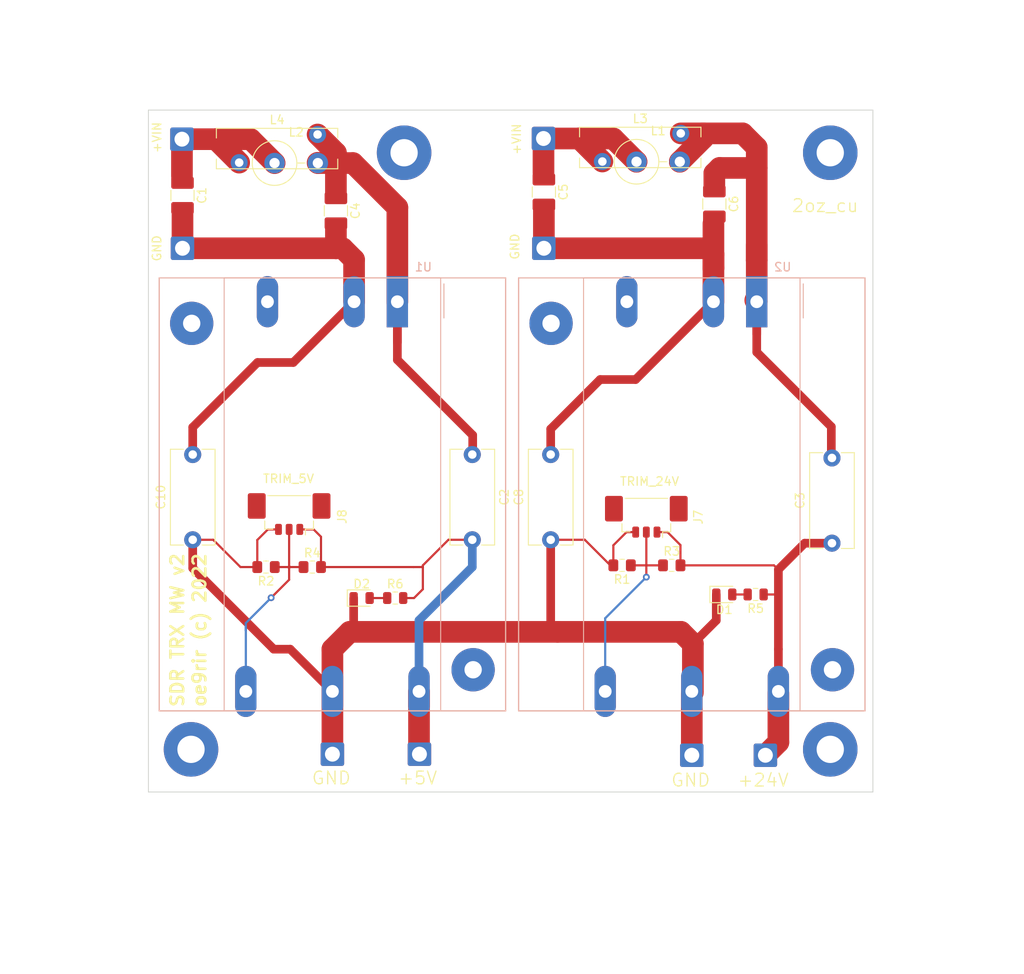
<source format=kicad_pcb>
(kicad_pcb (version 20171130) (host pcbnew 5.1.6+dfsg1-1~bpo9+1)

  (general
    (thickness 1.6)
    (drawings 29)
    (tracks 148)
    (zones 0)
    (modules 36)
    (nets 14)
  )

  (page A4)
  (title_block
    (title "SDR TRX Traco Power Board")
    (date 2021-06-12)
    (rev 1)
  )

  (layers
    (0 F.Cu signal)
    (31 B.Cu signal)
    (32 B.Adhes user)
    (33 F.Adhes user)
    (34 B.Paste user)
    (35 F.Paste user)
    (36 B.SilkS user)
    (37 F.SilkS user)
    (38 B.Mask user)
    (39 F.Mask user)
    (40 Dwgs.User user)
    (41 Cmts.User user)
    (42 Eco1.User user)
    (43 Eco2.User user)
    (44 Edge.Cuts user)
    (45 Margin user)
    (46 B.CrtYd user hide)
    (47 F.CrtYd user)
    (48 B.Fab user hide)
    (49 F.Fab user hide)
  )

  (setup
    (last_trace_width 1.016)
    (user_trace_width 0.254)
    (user_trace_width 1.016)
    (user_trace_width 1.524)
    (user_trace_width 2.54)
    (trace_clearance 0.2)
    (zone_clearance 0.508)
    (zone_45_only yes)
    (trace_min 0.2)
    (via_size 0.8)
    (via_drill 0.4)
    (via_min_size 0.4)
    (via_min_drill 0.3)
    (user_via 0.6 0.3)
    (uvia_size 0.3)
    (uvia_drill 0.1)
    (uvias_allowed no)
    (uvia_min_size 0.2)
    (uvia_min_drill 0.1)
    (edge_width 0.05)
    (segment_width 0.2)
    (pcb_text_width 0.3)
    (pcb_text_size 1.5 1.5)
    (mod_edge_width 0.12)
    (mod_text_size 1 1)
    (mod_text_width 0.15)
    (pad_size 6.4 6.4)
    (pad_drill 3.2)
    (pad_to_mask_clearance 0.05)
    (aux_axis_origin 0 0)
    (visible_elements FFFFFF7F)
    (pcbplotparams
      (layerselection 0x010fc_ffffffff)
      (usegerberextensions true)
      (usegerberattributes false)
      (usegerberadvancedattributes false)
      (creategerberjobfile false)
      (excludeedgelayer true)
      (linewidth 0.100000)
      (plotframeref false)
      (viasonmask false)
      (mode 1)
      (useauxorigin false)
      (hpglpennumber 1)
      (hpglpenspeed 20)
      (hpglpendiameter 15.000000)
      (psnegative false)
      (psa4output false)
      (plotreference true)
      (plotvalue false)
      (plotinvisibletext false)
      (padsonsilk false)
      (subtractmaskfromsilk true)
      (outputformat 1)
      (mirror false)
      (drillshape 0)
      (scaleselection 1)
      (outputdirectory "gerber"))
  )

  (net 0 "")
  (net 1 GND)
  (net 2 +5VP)
  (net 3 "Net-(D1-Pad2)")
  (net 4 +24V)
  (net 5 "Net-(C1-Pad2)")
  (net 6 /TRIM_5V)
  (net 7 /TRIM_24V)
  (net 8 VDC)
  (net 9 "Net-(C3-Pad2)")
  (net 10 "Net-(C5-Pad2)")
  (net 11 "Net-(D2-Pad2)")
  (net 12 "Net-(C2-Pad1)")
  (net 13 "Net-(C5-Pad1)")

  (net_class Default "This is the default net class."
    (clearance 0.2)
    (trace_width 0.25)
    (via_dia 0.8)
    (via_drill 0.4)
    (uvia_dia 0.3)
    (uvia_drill 0.1)
    (add_net +24V)
    (add_net +5VP)
    (add_net /TRIM_24V)
    (add_net /TRIM_5V)
    (add_net GND)
    (add_net "Net-(C1-Pad2)")
    (add_net "Net-(C2-Pad1)")
    (add_net "Net-(C3-Pad2)")
    (add_net "Net-(C5-Pad1)")
    (add_net "Net-(C5-Pad2)")
    (add_net "Net-(D1-Pad2)")
    (add_net "Net-(D2-Pad2)")
    (add_net VDC)
  )

  (module Capacitor_THT:C_Disc_D11.0mm_W5.0mm_P10.00mm (layer F.Cu) (tedit 5AE50EF0) (tstamp 623790FD)
    (at 5.2 -29.6 90)
    (descr "C, Disc series, Radial, pin pitch=10.00mm, , diameter*width=11*5.0mm^2, Capacitor, http://www.vishay.com/docs/28535/vy2series.pdf")
    (tags "C Disc series Radial pin pitch 10.00mm  diameter 11mm width 5.0mm Capacitor")
    (path /623BBECE)
    (fp_text reference C10 (at 5 -3.75 90) (layer F.SilkS)
      (effects (font (size 1 1) (thickness 0.15)))
    )
    (fp_text value "2200pF Y1" (at 5 3.75 90) (layer F.Fab)
      (effects (font (size 1 1) (thickness 0.15)))
    )
    (fp_line (start -0.5 -2.5) (end -0.5 2.5) (layer F.Fab) (width 0.1))
    (fp_line (start -0.5 2.5) (end 10.5 2.5) (layer F.Fab) (width 0.1))
    (fp_line (start 10.5 2.5) (end 10.5 -2.5) (layer F.Fab) (width 0.1))
    (fp_line (start 10.5 -2.5) (end -0.5 -2.5) (layer F.Fab) (width 0.1))
    (fp_line (start -0.62 -2.62) (end 10.62 -2.62) (layer F.SilkS) (width 0.12))
    (fp_line (start -0.62 2.62) (end 10.62 2.62) (layer F.SilkS) (width 0.12))
    (fp_line (start -0.62 -2.62) (end -0.62 -1.101) (layer F.SilkS) (width 0.12))
    (fp_line (start -0.62 1.101) (end -0.62 2.62) (layer F.SilkS) (width 0.12))
    (fp_line (start 10.62 -2.62) (end 10.62 -1.101) (layer F.SilkS) (width 0.12))
    (fp_line (start 10.62 1.101) (end 10.62 2.62) (layer F.SilkS) (width 0.12))
    (fp_line (start -1.25 -2.75) (end -1.25 2.75) (layer F.CrtYd) (width 0.05))
    (fp_line (start -1.25 2.75) (end 11.25 2.75) (layer F.CrtYd) (width 0.05))
    (fp_line (start 11.25 2.75) (end 11.25 -2.75) (layer F.CrtYd) (width 0.05))
    (fp_line (start 11.25 -2.75) (end -1.25 -2.75) (layer F.CrtYd) (width 0.05))
    (fp_text user %R (at 5 0 90) (layer F.Fab)
      (effects (font (size 1 1) (thickness 0.15)))
    )
    (pad 2 thru_hole circle (at 10 0 90) (size 2 2) (drill 1) (layers *.Cu *.Mask)
      (net 5 "Net-(C1-Pad2)"))
    (pad 1 thru_hole circle (at 0 0 90) (size 2 2) (drill 1) (layers *.Cu *.Mask)
      (net 1 GND))
    (model ${KISYS3DMOD}/Capacitor_THT.3dshapes/C_Disc_D11.0mm_W5.0mm_P10.00mm.wrl
      (at (xyz 0 0 0))
      (scale (xyz 1 1 1))
      (rotate (xyz 0 0 0))
    )
  )

  (module Capacitor_THT:C_Disc_D11.0mm_W5.0mm_P10.00mm (layer F.Cu) (tedit 5AE50EF0) (tstamp 623790D3)
    (at 47.2 -29.6 90)
    (descr "C, Disc series, Radial, pin pitch=10.00mm, , diameter*width=11*5.0mm^2, Capacitor, http://www.vishay.com/docs/28535/vy2series.pdf")
    (tags "C Disc series Radial pin pitch 10.00mm  diameter 11mm width 5.0mm Capacitor")
    (path /6238D18B)
    (fp_text reference C8 (at 5 -3.75 90) (layer F.SilkS)
      (effects (font (size 1 1) (thickness 0.15)))
    )
    (fp_text value "2200pF Y1" (at 5 3.75 90) (layer F.Fab)
      (effects (font (size 1 1) (thickness 0.15)))
    )
    (fp_line (start -0.5 -2.5) (end -0.5 2.5) (layer F.Fab) (width 0.1))
    (fp_line (start -0.5 2.5) (end 10.5 2.5) (layer F.Fab) (width 0.1))
    (fp_line (start 10.5 2.5) (end 10.5 -2.5) (layer F.Fab) (width 0.1))
    (fp_line (start 10.5 -2.5) (end -0.5 -2.5) (layer F.Fab) (width 0.1))
    (fp_line (start -0.62 -2.62) (end 10.62 -2.62) (layer F.SilkS) (width 0.12))
    (fp_line (start -0.62 2.62) (end 10.62 2.62) (layer F.SilkS) (width 0.12))
    (fp_line (start -0.62 -2.62) (end -0.62 -1.101) (layer F.SilkS) (width 0.12))
    (fp_line (start -0.62 1.101) (end -0.62 2.62) (layer F.SilkS) (width 0.12))
    (fp_line (start 10.62 -2.62) (end 10.62 -1.101) (layer F.SilkS) (width 0.12))
    (fp_line (start 10.62 1.101) (end 10.62 2.62) (layer F.SilkS) (width 0.12))
    (fp_line (start -1.25 -2.75) (end -1.25 2.75) (layer F.CrtYd) (width 0.05))
    (fp_line (start -1.25 2.75) (end 11.25 2.75) (layer F.CrtYd) (width 0.05))
    (fp_line (start 11.25 2.75) (end 11.25 -2.75) (layer F.CrtYd) (width 0.05))
    (fp_line (start 11.25 -2.75) (end -1.25 -2.75) (layer F.CrtYd) (width 0.05))
    (fp_text user %R (at 5 0 90) (layer F.Fab)
      (effects (font (size 1 1) (thickness 0.15)))
    )
    (pad 2 thru_hole circle (at 10 0 90) (size 2 2) (drill 1) (layers *.Cu *.Mask)
      (net 10 "Net-(C5-Pad2)"))
    (pad 1 thru_hole circle (at 0 0 90) (size 2 2) (drill 1) (layers *.Cu *.Mask)
      (net 1 GND))
    (model ${KISYS3DMOD}/Capacitor_THT.3dshapes/C_Disc_D11.0mm_W5.0mm_P10.00mm.wrl
      (at (xyz 0 0 0))
      (scale (xyz 1 1 1))
      (rotate (xyz 0 0 0))
    )
  )

  (module Capacitor_THT:C_Disc_D11.0mm_W5.0mm_P10.00mm (layer F.Cu) (tedit 5AE50EF0) (tstamp 6244E3DE)
    (at 80.2 -29.2 90)
    (descr "C, Disc series, Radial, pin pitch=10.00mm, , diameter*width=11*5.0mm^2, Capacitor, http://www.vishay.com/docs/28535/vy2series.pdf")
    (tags "C Disc series Radial pin pitch 10.00mm  diameter 11mm width 5.0mm Capacitor")
    (path /60FF3774)
    (fp_text reference C3 (at 5 -3.75 90) (layer F.SilkS)
      (effects (font (size 1 1) (thickness 0.15)))
    )
    (fp_text value "2200pF Y1" (at 5 3.75 90) (layer F.Fab)
      (effects (font (size 1 1) (thickness 0.15)))
    )
    (fp_line (start -0.5 -2.5) (end -0.5 2.5) (layer F.Fab) (width 0.1))
    (fp_line (start -0.5 2.5) (end 10.5 2.5) (layer F.Fab) (width 0.1))
    (fp_line (start 10.5 2.5) (end 10.5 -2.5) (layer F.Fab) (width 0.1))
    (fp_line (start 10.5 -2.5) (end -0.5 -2.5) (layer F.Fab) (width 0.1))
    (fp_line (start -0.62 -2.62) (end 10.62 -2.62) (layer F.SilkS) (width 0.12))
    (fp_line (start -0.62 2.62) (end 10.62 2.62) (layer F.SilkS) (width 0.12))
    (fp_line (start -0.62 -2.62) (end -0.62 -1.101) (layer F.SilkS) (width 0.12))
    (fp_line (start -0.62 1.101) (end -0.62 2.62) (layer F.SilkS) (width 0.12))
    (fp_line (start 10.62 -2.62) (end 10.62 -1.101) (layer F.SilkS) (width 0.12))
    (fp_line (start 10.62 1.101) (end 10.62 2.62) (layer F.SilkS) (width 0.12))
    (fp_line (start -1.25 -2.75) (end -1.25 2.75) (layer F.CrtYd) (width 0.05))
    (fp_line (start -1.25 2.75) (end 11.25 2.75) (layer F.CrtYd) (width 0.05))
    (fp_line (start 11.25 2.75) (end 11.25 -2.75) (layer F.CrtYd) (width 0.05))
    (fp_line (start 11.25 -2.75) (end -1.25 -2.75) (layer F.CrtYd) (width 0.05))
    (fp_text user %R (at 5 0 90) (layer F.Fab)
      (effects (font (size 1 1) (thickness 0.15)))
    )
    (pad 2 thru_hole circle (at 10 0 90) (size 2 2) (drill 1) (layers *.Cu *.Mask)
      (net 9 "Net-(C3-Pad2)"))
    (pad 1 thru_hole circle (at 0 0 90) (size 2 2) (drill 1) (layers *.Cu *.Mask)
      (net 4 +24V))
    (model ${KISYS3DMOD}/Capacitor_THT.3dshapes/C_Disc_D11.0mm_W5.0mm_P10.00mm.wrl
      (at (xyz 0 0 0))
      (scale (xyz 1 1 1))
      (rotate (xyz 0 0 0))
    )
  )

  (module Capacitor_THT:C_Disc_D11.0mm_W5.0mm_P10.00mm (layer F.Cu) (tedit 5AE50EF0) (tstamp 60C44198)
    (at 38 -39.6 270)
    (descr "C, Disc series, Radial, pin pitch=10.00mm, , diameter*width=11*5.0mm^2, Capacitor, http://www.vishay.com/docs/28535/vy2series.pdf")
    (tags "C Disc series Radial pin pitch 10.00mm  diameter 11mm width 5.0mm Capacitor")
    (path /60FF4B6F)
    (fp_text reference C2 (at 5 -3.75 90) (layer F.SilkS)
      (effects (font (size 1 1) (thickness 0.15)))
    )
    (fp_text value "2200pF Y1" (at 5 3.75 90) (layer F.Fab)
      (effects (font (size 1 1) (thickness 0.15)))
    )
    (fp_line (start -0.5 -2.5) (end -0.5 2.5) (layer F.Fab) (width 0.1))
    (fp_line (start -0.5 2.5) (end 10.5 2.5) (layer F.Fab) (width 0.1))
    (fp_line (start 10.5 2.5) (end 10.5 -2.5) (layer F.Fab) (width 0.1))
    (fp_line (start 10.5 -2.5) (end -0.5 -2.5) (layer F.Fab) (width 0.1))
    (fp_line (start -0.62 -2.62) (end 10.62 -2.62) (layer F.SilkS) (width 0.12))
    (fp_line (start -0.62 2.62) (end 10.62 2.62) (layer F.SilkS) (width 0.12))
    (fp_line (start -0.62 -2.62) (end -0.62 -1.101) (layer F.SilkS) (width 0.12))
    (fp_line (start -0.62 1.101) (end -0.62 2.62) (layer F.SilkS) (width 0.12))
    (fp_line (start 10.62 -2.62) (end 10.62 -1.101) (layer F.SilkS) (width 0.12))
    (fp_line (start 10.62 1.101) (end 10.62 2.62) (layer F.SilkS) (width 0.12))
    (fp_line (start -1.25 -2.75) (end -1.25 2.75) (layer F.CrtYd) (width 0.05))
    (fp_line (start -1.25 2.75) (end 11.25 2.75) (layer F.CrtYd) (width 0.05))
    (fp_line (start 11.25 2.75) (end 11.25 -2.75) (layer F.CrtYd) (width 0.05))
    (fp_line (start 11.25 -2.75) (end -1.25 -2.75) (layer F.CrtYd) (width 0.05))
    (fp_text user %R (at 5 0 90) (layer F.Fab)
      (effects (font (size 1 1) (thickness 0.15)))
    )
    (pad 2 thru_hole circle (at 10 0 270) (size 2 2) (drill 1) (layers *.Cu *.Mask)
      (net 2 +5VP))
    (pad 1 thru_hole circle (at 0 0 270) (size 2 2) (drill 1) (layers *.Cu *.Mask)
      (net 12 "Net-(C2-Pad1)"))
    (model ${KISYS3DMOD}/Capacitor_THT.3dshapes/C_Disc_D11.0mm_W5.0mm_P10.00mm.wrl
      (at (xyz 0 0 0))
      (scale (xyz 1 1 1))
      (rotate (xyz 0 0 0))
    )
  )

  (module Resistor_SMD:R_0805_2012Metric_Pad1.15x1.40mm_HandSolder (layer F.Cu) (tedit 5B36C52B) (tstamp 6244CF8C)
    (at 19.225 -26.4)
    (descr "Resistor SMD 0805 (2012 Metric), square (rectangular) end terminal, IPC_7351 nominal with elongated pad for handsoldering. (Body size source: https://docs.google.com/spreadsheets/d/1BsfQQcO9C6DZCsRaXUlFlo91Tg2WpOkGARC1WS5S8t0/edit?usp=sharing), generated with kicad-footprint-generator")
    (tags "resistor handsolder")
    (path /62508BA5)
    (attr smd)
    (fp_text reference R4 (at 0 -1.65) (layer F.SilkS)
      (effects (font (size 1 1) (thickness 0.15)))
    )
    (fp_text value R (at 0 1.65) (layer F.Fab)
      (effects (font (size 1 1) (thickness 0.15)))
    )
    (fp_line (start -1 0.6) (end -1 -0.6) (layer F.Fab) (width 0.1))
    (fp_line (start -1 -0.6) (end 1 -0.6) (layer F.Fab) (width 0.1))
    (fp_line (start 1 -0.6) (end 1 0.6) (layer F.Fab) (width 0.1))
    (fp_line (start 1 0.6) (end -1 0.6) (layer F.Fab) (width 0.1))
    (fp_line (start -0.261252 -0.71) (end 0.261252 -0.71) (layer F.SilkS) (width 0.12))
    (fp_line (start -0.261252 0.71) (end 0.261252 0.71) (layer F.SilkS) (width 0.12))
    (fp_line (start -1.85 0.95) (end -1.85 -0.95) (layer F.CrtYd) (width 0.05))
    (fp_line (start -1.85 -0.95) (end 1.85 -0.95) (layer F.CrtYd) (width 0.05))
    (fp_line (start 1.85 -0.95) (end 1.85 0.95) (layer F.CrtYd) (width 0.05))
    (fp_line (start 1.85 0.95) (end -1.85 0.95) (layer F.CrtYd) (width 0.05))
    (fp_text user %R (at 0 0) (layer F.Fab)
      (effects (font (size 0.5 0.5) (thickness 0.08)))
    )
    (pad 2 smd roundrect (at 1.025 0) (size 1.15 1.4) (layers F.Cu F.Paste F.Mask) (roundrect_rratio 0.217391)
      (net 2 +5VP))
    (pad 1 smd roundrect (at -1.025 0) (size 1.15 1.4) (layers F.Cu F.Paste F.Mask) (roundrect_rratio 0.217391)
      (net 6 /TRIM_5V))
    (model ${KISYS3DMOD}/Resistor_SMD.3dshapes/R_0805_2012Metric.wrl
      (at (xyz 0 0 0))
      (scale (xyz 1 1 1))
      (rotate (xyz 0 0 0))
    )
  )

  (module Resistor_SMD:R_0805_2012Metric_Pad1.15x1.40mm_HandSolder (layer F.Cu) (tedit 5B36C52B) (tstamp 6244CF7B)
    (at 61.4 -26.6)
    (descr "Resistor SMD 0805 (2012 Metric), square (rectangular) end terminal, IPC_7351 nominal with elongated pad for handsoldering. (Body size source: https://docs.google.com/spreadsheets/d/1BsfQQcO9C6DZCsRaXUlFlo91Tg2WpOkGARC1WS5S8t0/edit?usp=sharing), generated with kicad-footprint-generator")
    (tags "resistor handsolder")
    (path /624F6BCD)
    (attr smd)
    (fp_text reference R3 (at 0 -1.65) (layer F.SilkS)
      (effects (font (size 1 1) (thickness 0.15)))
    )
    (fp_text value R (at 0 1.65) (layer F.Fab)
      (effects (font (size 1 1) (thickness 0.15)))
    )
    (fp_line (start -1 0.6) (end -1 -0.6) (layer F.Fab) (width 0.1))
    (fp_line (start -1 -0.6) (end 1 -0.6) (layer F.Fab) (width 0.1))
    (fp_line (start 1 -0.6) (end 1 0.6) (layer F.Fab) (width 0.1))
    (fp_line (start 1 0.6) (end -1 0.6) (layer F.Fab) (width 0.1))
    (fp_line (start -0.261252 -0.71) (end 0.261252 -0.71) (layer F.SilkS) (width 0.12))
    (fp_line (start -0.261252 0.71) (end 0.261252 0.71) (layer F.SilkS) (width 0.12))
    (fp_line (start -1.85 0.95) (end -1.85 -0.95) (layer F.CrtYd) (width 0.05))
    (fp_line (start -1.85 -0.95) (end 1.85 -0.95) (layer F.CrtYd) (width 0.05))
    (fp_line (start 1.85 -0.95) (end 1.85 0.95) (layer F.CrtYd) (width 0.05))
    (fp_line (start 1.85 0.95) (end -1.85 0.95) (layer F.CrtYd) (width 0.05))
    (fp_text user %R (at 0 0) (layer F.Fab)
      (effects (font (size 0.5 0.5) (thickness 0.08)))
    )
    (pad 2 smd roundrect (at 1.025 0) (size 1.15 1.4) (layers F.Cu F.Paste F.Mask) (roundrect_rratio 0.217391)
      (net 4 +24V))
    (pad 1 smd roundrect (at -1.025 0) (size 1.15 1.4) (layers F.Cu F.Paste F.Mask) (roundrect_rratio 0.217391)
      (net 7 /TRIM_24V))
    (model ${KISYS3DMOD}/Resistor_SMD.3dshapes/R_0805_2012Metric.wrl
      (at (xyz 0 0 0))
      (scale (xyz 1 1 1))
      (rotate (xyz 0 0 0))
    )
  )

  (module Resistor_SMD:R_0805_2012Metric_Pad1.15x1.40mm_HandSolder (layer F.Cu) (tedit 5B36C52B) (tstamp 6244CF6A)
    (at 13.8 -26.4 180)
    (descr "Resistor SMD 0805 (2012 Metric), square (rectangular) end terminal, IPC_7351 nominal with elongated pad for handsoldering. (Body size source: https://docs.google.com/spreadsheets/d/1BsfQQcO9C6DZCsRaXUlFlo91Tg2WpOkGARC1WS5S8t0/edit?usp=sharing), generated with kicad-footprint-generator")
    (tags "resistor handsolder")
    (path /62509178)
    (attr smd)
    (fp_text reference R2 (at 0 -1.65) (layer F.SilkS)
      (effects (font (size 1 1) (thickness 0.15)))
    )
    (fp_text value R (at 0 1.65) (layer F.Fab)
      (effects (font (size 1 1) (thickness 0.15)))
    )
    (fp_line (start -1 0.6) (end -1 -0.6) (layer F.Fab) (width 0.1))
    (fp_line (start -1 -0.6) (end 1 -0.6) (layer F.Fab) (width 0.1))
    (fp_line (start 1 -0.6) (end 1 0.6) (layer F.Fab) (width 0.1))
    (fp_line (start 1 0.6) (end -1 0.6) (layer F.Fab) (width 0.1))
    (fp_line (start -0.261252 -0.71) (end 0.261252 -0.71) (layer F.SilkS) (width 0.12))
    (fp_line (start -0.261252 0.71) (end 0.261252 0.71) (layer F.SilkS) (width 0.12))
    (fp_line (start -1.85 0.95) (end -1.85 -0.95) (layer F.CrtYd) (width 0.05))
    (fp_line (start -1.85 -0.95) (end 1.85 -0.95) (layer F.CrtYd) (width 0.05))
    (fp_line (start 1.85 -0.95) (end 1.85 0.95) (layer F.CrtYd) (width 0.05))
    (fp_line (start 1.85 0.95) (end -1.85 0.95) (layer F.CrtYd) (width 0.05))
    (fp_text user %R (at 0 0) (layer F.Fab)
      (effects (font (size 0.5 0.5) (thickness 0.08)))
    )
    (pad 2 smd roundrect (at 1.025 0 180) (size 1.15 1.4) (layers F.Cu F.Paste F.Mask) (roundrect_rratio 0.217391)
      (net 1 GND))
    (pad 1 smd roundrect (at -1.025 0 180) (size 1.15 1.4) (layers F.Cu F.Paste F.Mask) (roundrect_rratio 0.217391)
      (net 6 /TRIM_5V))
    (model ${KISYS3DMOD}/Resistor_SMD.3dshapes/R_0805_2012Metric.wrl
      (at (xyz 0 0 0))
      (scale (xyz 1 1 1))
      (rotate (xyz 0 0 0))
    )
  )

  (module Resistor_SMD:R_0805_2012Metric_Pad1.15x1.40mm_HandSolder (layer F.Cu) (tedit 5B36C52B) (tstamp 6244CF59)
    (at 55.575 -26.6 180)
    (descr "Resistor SMD 0805 (2012 Metric), square (rectangular) end terminal, IPC_7351 nominal with elongated pad for handsoldering. (Body size source: https://docs.google.com/spreadsheets/d/1BsfQQcO9C6DZCsRaXUlFlo91Tg2WpOkGARC1WS5S8t0/edit?usp=sharing), generated with kicad-footprint-generator")
    (tags "resistor handsolder")
    (path /624F8614)
    (attr smd)
    (fp_text reference R1 (at 0 -1.65) (layer F.SilkS)
      (effects (font (size 1 1) (thickness 0.15)))
    )
    (fp_text value R (at 0 1.65) (layer F.Fab)
      (effects (font (size 1 1) (thickness 0.15)))
    )
    (fp_line (start -1 0.6) (end -1 -0.6) (layer F.Fab) (width 0.1))
    (fp_line (start -1 -0.6) (end 1 -0.6) (layer F.Fab) (width 0.1))
    (fp_line (start 1 -0.6) (end 1 0.6) (layer F.Fab) (width 0.1))
    (fp_line (start 1 0.6) (end -1 0.6) (layer F.Fab) (width 0.1))
    (fp_line (start -0.261252 -0.71) (end 0.261252 -0.71) (layer F.SilkS) (width 0.12))
    (fp_line (start -0.261252 0.71) (end 0.261252 0.71) (layer F.SilkS) (width 0.12))
    (fp_line (start -1.85 0.95) (end -1.85 -0.95) (layer F.CrtYd) (width 0.05))
    (fp_line (start -1.85 -0.95) (end 1.85 -0.95) (layer F.CrtYd) (width 0.05))
    (fp_line (start 1.85 -0.95) (end 1.85 0.95) (layer F.CrtYd) (width 0.05))
    (fp_line (start 1.85 0.95) (end -1.85 0.95) (layer F.CrtYd) (width 0.05))
    (fp_text user %R (at 0 0) (layer F.Fab)
      (effects (font (size 0.5 0.5) (thickness 0.08)))
    )
    (pad 2 smd roundrect (at 1.025 0 180) (size 1.15 1.4) (layers F.Cu F.Paste F.Mask) (roundrect_rratio 0.217391)
      (net 1 GND))
    (pad 1 smd roundrect (at -1.025 0 180) (size 1.15 1.4) (layers F.Cu F.Paste F.Mask) (roundrect_rratio 0.217391)
      (net 7 /TRIM_24V))
    (model ${KISYS3DMOD}/Resistor_SMD.3dshapes/R_0805_2012Metric.wrl
      (at (xyz 0 0 0))
      (scale (xyz 1 1 1))
      (rotate (xyz 0 0 0))
    )
  )

  (module Parts:L_Axial_L14.0mm_D4.0mm_P9.2mm_Horizontal_AML04A14-2R2M6R5-S1 (layer F.Cu) (tedit 62448CD2) (tstamp 6244CF48)
    (at 10.65 -73.85)
    (descr "Inductor Axial series Axial Horizontal pin pitch 9.2mm  length 14mm diameter 4.0mm AML04A14-2R2M6R5-S1 TDK")
    (tags "Inductor Axial series Axial Horizontal pin pitch 9.2mm  length 14mm diameter 4.0mm AML04A14-2R2M6R5-S1 TDK")
    (path /625298DE)
    (fp_text reference L4 (at 4.445 -5.021) (layer F.SilkS)
      (effects (font (size 1 1) (thickness 0.15)))
    )
    (fp_text value 1.5uH (at 4.445 1.719) (layer F.Fab)
      (effects (font (size 1 1) (thickness 0.15)))
    )
    (fp_line (start -2.555 -3.901) (end -2.555 0.599) (layer F.Fab) (width 0.1))
    (fp_line (start -2.555 0.599) (end 11.445 0.599) (layer F.Fab) (width 0.1))
    (fp_line (start 11.445 0.599) (end 11.445 -3.901) (layer F.Fab) (width 0.1))
    (fp_line (start 11.445 -3.901) (end -2.555 -3.901) (layer F.Fab) (width 0.1))
    (fp_line (start -3.175 -1.651) (end -2.555 -1.651) (layer F.Fab) (width 0.1))
    (fp_line (start 12.065 -1.651) (end 11.445 -1.651) (layer F.Fab) (width 0.1))
    (fp_line (start -2.675 -2.891) (end -2.675 -4.021) (layer F.SilkS) (width 0.12))
    (fp_line (start -2.675 -4.021) (end 11.565 -4.021) (layer F.SilkS) (width 0.12))
    (fp_line (start 11.565 -4.021) (end 11.565 -2.891) (layer F.SilkS) (width 0.12))
    (fp_line (start -2.675 -0.411) (end -2.675 0.719) (layer F.SilkS) (width 0.12))
    (fp_line (start -2.675 0.719) (end 11.565 0.719) (layer F.SilkS) (width 0.12))
    (fp_line (start 11.565 0.719) (end 11.565 -0.411) (layer F.SilkS) (width 0.12))
    (fp_line (start -4.425 -4.151) (end -4.425 0.849) (layer F.CrtYd) (width 0.05))
    (fp_line (start -4.425 0.849) (end 13.325 0.849) (layer F.CrtYd) (width 0.05))
    (fp_line (start 13.325 0.849) (end 13.325 -4.151) (layer F.CrtYd) (width 0.05))
    (fp_line (start 13.325 -4.151) (end -4.425 -4.151) (layer F.CrtYd) (width 0.05))
    (fp_text user %R (at 4.445 -1.651) (layer F.Fab)
      (effects (font (size 1 1) (thickness 0.15)))
    )
    (pad 2 thru_hole oval (at 9.2 -3.3) (size 2 2) (drill 1) (layers *.Cu *.Mask)
      (net 12 "Net-(C2-Pad1)"))
    (pad 1 thru_hole circle (at 0 0) (size 2 2) (drill 1) (layers *.Cu *.Mask)
      (net 8 VDC))
    (model ${KISYS3DMOD}/Inductor_THT.3dshapes/L_Axial_L14.0mm_D4.5mm_P15.24mm_Horizontal_Fastron_LACC.wrl
      (at (xyz 0 0 0))
      (scale (xyz 1 1 1))
      (rotate (xyz 0 0 0))
    )
  )

  (module Parts:L_Axial_L14.0mm_D4.0mm_P9.2mm_Horizontal_AML04A14-2R2M6R5-S1 (layer F.Cu) (tedit 62448CD2) (tstamp 6244CF31)
    (at 53.2613 -73.980001)
    (descr "Inductor Axial series Axial Horizontal pin pitch 9.2mm  length 14mm diameter 4.0mm AML04A14-2R2M6R5-S1 TDK")
    (tags "Inductor Axial series Axial Horizontal pin pitch 9.2mm  length 14mm diameter 4.0mm AML04A14-2R2M6R5-S1 TDK")
    (path /625228F7)
    (fp_text reference L3 (at 4.445 -5.021) (layer F.SilkS)
      (effects (font (size 1 1) (thickness 0.15)))
    )
    (fp_text value 1.5uH (at 4.445 1.719) (layer F.Fab)
      (effects (font (size 1 1) (thickness 0.15)))
    )
    (fp_line (start -2.555 -3.901) (end -2.555 0.599) (layer F.Fab) (width 0.1))
    (fp_line (start -2.555 0.599) (end 11.445 0.599) (layer F.Fab) (width 0.1))
    (fp_line (start 11.445 0.599) (end 11.445 -3.901) (layer F.Fab) (width 0.1))
    (fp_line (start 11.445 -3.901) (end -2.555 -3.901) (layer F.Fab) (width 0.1))
    (fp_line (start -3.175 -1.651) (end -2.555 -1.651) (layer F.Fab) (width 0.1))
    (fp_line (start 12.065 -1.651) (end 11.445 -1.651) (layer F.Fab) (width 0.1))
    (fp_line (start -2.675 -2.891) (end -2.675 -4.021) (layer F.SilkS) (width 0.12))
    (fp_line (start -2.675 -4.021) (end 11.565 -4.021) (layer F.SilkS) (width 0.12))
    (fp_line (start 11.565 -4.021) (end 11.565 -2.891) (layer F.SilkS) (width 0.12))
    (fp_line (start -2.675 -0.411) (end -2.675 0.719) (layer F.SilkS) (width 0.12))
    (fp_line (start -2.675 0.719) (end 11.565 0.719) (layer F.SilkS) (width 0.12))
    (fp_line (start 11.565 0.719) (end 11.565 -0.411) (layer F.SilkS) (width 0.12))
    (fp_line (start -4.425 -4.151) (end -4.425 0.849) (layer F.CrtYd) (width 0.05))
    (fp_line (start -4.425 0.849) (end 13.325 0.849) (layer F.CrtYd) (width 0.05))
    (fp_line (start 13.325 0.849) (end 13.325 -4.151) (layer F.CrtYd) (width 0.05))
    (fp_line (start 13.325 -4.151) (end -4.425 -4.151) (layer F.CrtYd) (width 0.05))
    (fp_text user %R (at 4.445 -1.651) (layer F.Fab)
      (effects (font (size 1 1) (thickness 0.15)))
    )
    (pad 2 thru_hole oval (at 9.2 -3.3) (size 2 2) (drill 1) (layers *.Cu *.Mask)
      (net 9 "Net-(C3-Pad2)"))
    (pad 1 thru_hole circle (at 0 0) (size 2 2) (drill 1) (layers *.Cu *.Mask)
      (net 13 "Net-(C5-Pad1)"))
    (model ${KISYS3DMOD}/Inductor_THT.3dshapes/L_Axial_L14.0mm_D4.5mm_P15.24mm_Horizontal_Fastron_LACC.wrl
      (at (xyz 0 0 0))
      (scale (xyz 1 1 1))
      (rotate (xyz 0 0 0))
    )
  )

  (module Inductor_THT:L_Axial_L12.0mm_D5.0mm_P5.08mm_Vertical_Fastron_MISC (layer F.Cu) (tedit 5AE59B05) (tstamp 6244CF1A)
    (at 14.8 -73.8)
    (descr "Inductor, Axial series, Axial, Vertical, pin pitch=5.08mm, , length*diameter=12*5mm^2, Fastron, MISC, http://cdn-reichelt.de/documents/datenblatt/B400/DS_MISC.pdf")
    (tags "Inductor Axial series Axial Vertical pin pitch 5.08mm  length 12mm diameter 5mm Fastron MISC")
    (path /6248E3EC)
    (fp_text reference L2 (at 2.54 -3.62) (layer F.SilkS)
      (effects (font (size 1 1) (thickness 0.15)))
    )
    (fp_text value 1.5uH (at 2.54 3.62) (layer F.Fab)
      (effects (font (size 1 1) (thickness 0.15)))
    )
    (fp_circle (center 0 0) (end 2.5 0) (layer F.Fab) (width 0.1))
    (fp_circle (center 0 0) (end 2.62 0) (layer F.SilkS) (width 0.12))
    (fp_line (start 0 0) (end 5.08 0) (layer F.Fab) (width 0.1))
    (fp_line (start 2.62 0) (end 3.58 0) (layer F.SilkS) (width 0.12))
    (fp_line (start -2.75 -2.75) (end -2.75 2.75) (layer F.CrtYd) (width 0.05))
    (fp_line (start -2.75 2.75) (end 6.53 2.75) (layer F.CrtYd) (width 0.05))
    (fp_line (start 6.53 2.75) (end 6.53 -2.75) (layer F.CrtYd) (width 0.05))
    (fp_line (start 6.53 -2.75) (end -2.75 -2.75) (layer F.CrtYd) (width 0.05))
    (fp_text user %R (at 2.54 -3.62) (layer F.Fab)
      (effects (font (size 1 1) (thickness 0.15)))
    )
    (pad 2 thru_hole oval (at 5.08 0) (size 2.4 2.4) (drill 1.2) (layers *.Cu *.Mask)
      (net 12 "Net-(C2-Pad1)"))
    (pad 1 thru_hole circle (at 0 0) (size 2.4 2.4) (drill 1.2) (layers *.Cu *.Mask)
      (net 8 VDC))
    (model ${KISYS3DMOD}/Inductor_THT.3dshapes/L_Axial_L12.0mm_D5.0mm_P5.08mm_Vertical_Fastron_MISC.wrl
      (at (xyz 0 0 0))
      (scale (xyz 1 1 1))
      (rotate (xyz 0 0 0))
    )
  )

  (module Inductor_THT:L_Axial_L12.0mm_D5.0mm_P5.08mm_Vertical_Fastron_MISC (layer F.Cu) (tedit 5AE59B05) (tstamp 6244CF0B)
    (at 57.268 -73.9556)
    (descr "Inductor, Axial series, Axial, Vertical, pin pitch=5.08mm, , length*diameter=12*5mm^2, Fastron, MISC, http://cdn-reichelt.de/documents/datenblatt/B400/DS_MISC.pdf")
    (tags "Inductor Axial series Axial Vertical pin pitch 5.08mm  length 12mm diameter 5mm Fastron MISC")
    (path /6246B55D)
    (fp_text reference L1 (at 2.54 -3.62) (layer F.SilkS)
      (effects (font (size 1 1) (thickness 0.15)))
    )
    (fp_text value 1.5uH (at 2.54 3.62) (layer F.Fab)
      (effects (font (size 1 1) (thickness 0.15)))
    )
    (fp_circle (center 0 0) (end 2.5 0) (layer F.Fab) (width 0.1))
    (fp_circle (center 0 0) (end 2.62 0) (layer F.SilkS) (width 0.12))
    (fp_line (start 0 0) (end 5.08 0) (layer F.Fab) (width 0.1))
    (fp_line (start 2.62 0) (end 3.58 0) (layer F.SilkS) (width 0.12))
    (fp_line (start -2.75 -2.75) (end -2.75 2.75) (layer F.CrtYd) (width 0.05))
    (fp_line (start -2.75 2.75) (end 6.53 2.75) (layer F.CrtYd) (width 0.05))
    (fp_line (start 6.53 2.75) (end 6.53 -2.75) (layer F.CrtYd) (width 0.05))
    (fp_line (start 6.53 -2.75) (end -2.75 -2.75) (layer F.CrtYd) (width 0.05))
    (fp_text user %R (at 2.54 -3.62) (layer F.Fab)
      (effects (font (size 1 1) (thickness 0.15)))
    )
    (pad 2 thru_hole oval (at 5.08 0) (size 2.4 2.4) (drill 1.2) (layers *.Cu *.Mask)
      (net 9 "Net-(C3-Pad2)"))
    (pad 1 thru_hole circle (at 0 0) (size 2.4 2.4) (drill 1.2) (layers *.Cu *.Mask)
      (net 13 "Net-(C5-Pad1)"))
    (model ${KISYS3DMOD}/Inductor_THT.3dshapes/L_Axial_L12.0mm_D5.0mm_P5.08mm_Vertical_Fastron_MISC.wrl
      (at (xyz 0 0 0))
      (scale (xyz 1 1 1))
      (rotate (xyz 0 0 0))
    )
  )

  (module Capacitor_SMD:C_1210_3225Metric_Pad1.42x2.65mm_HandSolder (layer F.Cu) (tedit 5B301BBE) (tstamp 6244CCF8)
    (at 66.4 -69 270)
    (descr "Capacitor SMD 1210 (3225 Metric), square (rectangular) end terminal, IPC_7351 nominal with elongated pad for handsoldering. (Body size source: http://www.tortai-tech.com/upload/download/2011102023233369053.pdf), generated with kicad-footprint-generator")
    (tags "capacitor handsolder")
    (path /624297A0)
    (attr smd)
    (fp_text reference C6 (at 0 -2.28 270) (layer F.SilkS)
      (effects (font (size 1 1) (thickness 0.15)))
    )
    (fp_text value "10u 50V" (at 0 2.28 270) (layer F.Fab)
      (effects (font (size 1 1) (thickness 0.15)))
    )
    (fp_line (start -1.6 1.25) (end -1.6 -1.25) (layer F.Fab) (width 0.1))
    (fp_line (start -1.6 -1.25) (end 1.6 -1.25) (layer F.Fab) (width 0.1))
    (fp_line (start 1.6 -1.25) (end 1.6 1.25) (layer F.Fab) (width 0.1))
    (fp_line (start 1.6 1.25) (end -1.6 1.25) (layer F.Fab) (width 0.1))
    (fp_line (start -0.602064 -1.36) (end 0.602064 -1.36) (layer F.SilkS) (width 0.12))
    (fp_line (start -0.602064 1.36) (end 0.602064 1.36) (layer F.SilkS) (width 0.12))
    (fp_line (start -2.45 1.58) (end -2.45 -1.58) (layer F.CrtYd) (width 0.05))
    (fp_line (start -2.45 -1.58) (end 2.45 -1.58) (layer F.CrtYd) (width 0.05))
    (fp_line (start 2.45 -1.58) (end 2.45 1.58) (layer F.CrtYd) (width 0.05))
    (fp_line (start 2.45 1.58) (end -2.45 1.58) (layer F.CrtYd) (width 0.05))
    (fp_text user %R (at 0 0 270) (layer F.Fab)
      (effects (font (size 0.8 0.8) (thickness 0.12)))
    )
    (pad 2 smd roundrect (at 1.4875 0 270) (size 1.425 2.65) (layers F.Cu F.Paste F.Mask) (roundrect_rratio 0.175439)
      (net 10 "Net-(C5-Pad2)"))
    (pad 1 smd roundrect (at -1.4875 0 270) (size 1.425 2.65) (layers F.Cu F.Paste F.Mask) (roundrect_rratio 0.175439)
      (net 9 "Net-(C3-Pad2)"))
    (model ${KISYS3DMOD}/Capacitor_SMD.3dshapes/C_1210_3225Metric.wrl
      (at (xyz 0 0 0))
      (scale (xyz 1 1 1))
      (rotate (xyz 0 0 0))
    )
  )

  (module Capacitor_SMD:C_1210_3225Metric_Pad1.42x2.65mm_HandSolder (layer F.Cu) (tedit 5B301BBE) (tstamp 6244EDDB)
    (at 22 -68.2 270)
    (descr "Capacitor SMD 1210 (3225 Metric), square (rectangular) end terminal, IPC_7351 nominal with elongated pad for handsoldering. (Body size source: http://www.tortai-tech.com/upload/download/2011102023233369053.pdf), generated with kicad-footprint-generator")
    (tags "capacitor handsolder")
    (path /6247EBA4)
    (attr smd)
    (fp_text reference C4 (at 0 -2.28 90) (layer F.SilkS)
      (effects (font (size 1 1) (thickness 0.15)))
    )
    (fp_text value "10u 50V" (at 0 2.28 90) (layer F.Fab)
      (effects (font (size 1 1) (thickness 0.15)))
    )
    (fp_line (start -1.6 1.25) (end -1.6 -1.25) (layer F.Fab) (width 0.1))
    (fp_line (start -1.6 -1.25) (end 1.6 -1.25) (layer F.Fab) (width 0.1))
    (fp_line (start 1.6 -1.25) (end 1.6 1.25) (layer F.Fab) (width 0.1))
    (fp_line (start 1.6 1.25) (end -1.6 1.25) (layer F.Fab) (width 0.1))
    (fp_line (start -0.602064 -1.36) (end 0.602064 -1.36) (layer F.SilkS) (width 0.12))
    (fp_line (start -0.602064 1.36) (end 0.602064 1.36) (layer F.SilkS) (width 0.12))
    (fp_line (start -2.45 1.58) (end -2.45 -1.58) (layer F.CrtYd) (width 0.05))
    (fp_line (start -2.45 -1.58) (end 2.45 -1.58) (layer F.CrtYd) (width 0.05))
    (fp_line (start 2.45 -1.58) (end 2.45 1.58) (layer F.CrtYd) (width 0.05))
    (fp_line (start 2.45 1.58) (end -2.45 1.58) (layer F.CrtYd) (width 0.05))
    (fp_text user %R (at 0 0 90) (layer F.Fab)
      (effects (font (size 0.8 0.8) (thickness 0.12)))
    )
    (pad 2 smd roundrect (at 1.4875 0 270) (size 1.425 2.65) (layers F.Cu F.Paste F.Mask) (roundrect_rratio 0.175439)
      (net 5 "Net-(C1-Pad2)"))
    (pad 1 smd roundrect (at -1.4875 0 270) (size 1.425 2.65) (layers F.Cu F.Paste F.Mask) (roundrect_rratio 0.175439)
      (net 12 "Net-(C2-Pad1)"))
    (model ${KISYS3DMOD}/Capacitor_SMD.3dshapes/C_1210_3225Metric.wrl
      (at (xyz 0 0 0))
      (scale (xyz 1 1 1))
      (rotate (xyz 0 0 0))
    )
  )

  (module Capacitor_SMD:C_1210_3225Metric_Pad1.42x2.65mm_HandSolder (layer F.Cu) (tedit 5B301BBE) (tstamp 60C52189)
    (at 46.4 -70.4 270)
    (descr "Capacitor SMD 1210 (3225 Metric), square (rectangular) end terminal, IPC_7351 nominal with elongated pad for handsoldering. (Body size source: http://www.tortai-tech.com/upload/download/2011102023233369053.pdf), generated with kicad-footprint-generator")
    (tags "capacitor handsolder")
    (path /610D129E)
    (attr smd)
    (fp_text reference C5 (at 0 -2.28 90) (layer F.SilkS)
      (effects (font (size 1 1) (thickness 0.15)))
    )
    (fp_text value "10u 50V" (at 0 2.28 90) (layer F.Fab)
      (effects (font (size 1 1) (thickness 0.15)))
    )
    (fp_line (start 2.45 1.58) (end -2.45 1.58) (layer F.CrtYd) (width 0.05))
    (fp_line (start 2.45 -1.58) (end 2.45 1.58) (layer F.CrtYd) (width 0.05))
    (fp_line (start -2.45 -1.58) (end 2.45 -1.58) (layer F.CrtYd) (width 0.05))
    (fp_line (start -2.45 1.58) (end -2.45 -1.58) (layer F.CrtYd) (width 0.05))
    (fp_line (start -0.602064 1.36) (end 0.602064 1.36) (layer F.SilkS) (width 0.12))
    (fp_line (start -0.602064 -1.36) (end 0.602064 -1.36) (layer F.SilkS) (width 0.12))
    (fp_line (start 1.6 1.25) (end -1.6 1.25) (layer F.Fab) (width 0.1))
    (fp_line (start 1.6 -1.25) (end 1.6 1.25) (layer F.Fab) (width 0.1))
    (fp_line (start -1.6 -1.25) (end 1.6 -1.25) (layer F.Fab) (width 0.1))
    (fp_line (start -1.6 1.25) (end -1.6 -1.25) (layer F.Fab) (width 0.1))
    (fp_text user %R (at 0 0 90) (layer F.Fab)
      (effects (font (size 0.8 0.8) (thickness 0.12)))
    )
    (pad 2 smd roundrect (at 1.4875 0 270) (size 1.425 2.65) (layers F.Cu F.Paste F.Mask) (roundrect_rratio 0.175439)
      (net 10 "Net-(C5-Pad2)"))
    (pad 1 smd roundrect (at -1.4875 0 270) (size 1.425 2.65) (layers F.Cu F.Paste F.Mask) (roundrect_rratio 0.175439)
      (net 13 "Net-(C5-Pad1)"))
    (model ${KISYS3DMOD}/Capacitor_SMD.3dshapes/C_1210_3225Metric.wrl
      (at (xyz 0 0 0))
      (scale (xyz 1 1 1))
      (rotate (xyz 0 0 0))
    )
  )

  (module Capacitor_SMD:C_1210_3225Metric_Pad1.42x2.65mm_HandSolder (layer F.Cu) (tedit 5B301BBE) (tstamp 60C44187)
    (at 4 -70 270)
    (descr "Capacitor SMD 1210 (3225 Metric), square (rectangular) end terminal, IPC_7351 nominal with elongated pad for handsoldering. (Body size source: http://www.tortai-tech.com/upload/download/2011102023233369053.pdf), generated with kicad-footprint-generator")
    (tags "capacitor handsolder")
    (path /60FF326E)
    (attr smd)
    (fp_text reference C1 (at 0 -2.28 90) (layer F.SilkS)
      (effects (font (size 1 1) (thickness 0.15)))
    )
    (fp_text value "10u 50V" (at 0 2.28 90) (layer F.Fab)
      (effects (font (size 1 1) (thickness 0.15)))
    )
    (fp_line (start 2.45 1.58) (end -2.45 1.58) (layer F.CrtYd) (width 0.05))
    (fp_line (start 2.45 -1.58) (end 2.45 1.58) (layer F.CrtYd) (width 0.05))
    (fp_line (start -2.45 -1.58) (end 2.45 -1.58) (layer F.CrtYd) (width 0.05))
    (fp_line (start -2.45 1.58) (end -2.45 -1.58) (layer F.CrtYd) (width 0.05))
    (fp_line (start -0.602064 1.36) (end 0.602064 1.36) (layer F.SilkS) (width 0.12))
    (fp_line (start -0.602064 -1.36) (end 0.602064 -1.36) (layer F.SilkS) (width 0.12))
    (fp_line (start 1.6 1.25) (end -1.6 1.25) (layer F.Fab) (width 0.1))
    (fp_line (start 1.6 -1.25) (end 1.6 1.25) (layer F.Fab) (width 0.1))
    (fp_line (start -1.6 -1.25) (end 1.6 -1.25) (layer F.Fab) (width 0.1))
    (fp_line (start -1.6 1.25) (end -1.6 -1.25) (layer F.Fab) (width 0.1))
    (fp_text user %R (at 0 0 90) (layer F.Fab)
      (effects (font (size 0.8 0.8) (thickness 0.12)))
    )
    (pad 2 smd roundrect (at 1.4875 0 270) (size 1.425 2.65) (layers F.Cu F.Paste F.Mask) (roundrect_rratio 0.175439)
      (net 5 "Net-(C1-Pad2)"))
    (pad 1 smd roundrect (at -1.4875 0 270) (size 1.425 2.65) (layers F.Cu F.Paste F.Mask) (roundrect_rratio 0.175439)
      (net 8 VDC))
    (model ${KISYS3DMOD}/Capacitor_SMD.3dshapes/C_1210_3225Metric.wrl
      (at (xyz 0 0 0))
      (scale (xyz 1 1 1))
      (rotate (xyz 0 0 0))
    )
  )

  (module Connector_Molex:Molex_PicoBlade_53398-0371_1x03-1MP_P1.25mm_Vertical (layer F.Cu) (tedit 5B78AD88) (tstamp 60C4EFDF)
    (at 58.42 -31.75 180)
    (descr "Molex PicoBlade series connector, 53398-0371 (http://www.molex.com/pdm_docs/sd/533980271_sd.pdf), generated with kicad-footprint-generator")
    (tags "connector Molex PicoBlade side entry")
    (path /6103E7B4)
    (attr smd)
    (fp_text reference J7 (at -6.096 0.508 270) (layer F.SilkS)
      (effects (font (size 1 1) (thickness 0.15)))
    )
    (fp_text value TRIM_24V (at 0 4.2) (layer F.Fab)
      (effects (font (size 1 1) (thickness 0.15)))
    )
    (fp_line (start -2.75 -1.1) (end 2.75 -1.1) (layer F.Fab) (width 0.1))
    (fp_line (start -2.86 -0.26) (end -2.86 -1.21) (layer F.SilkS) (width 0.12))
    (fp_line (start -2.86 -1.21) (end -1.91 -1.21) (layer F.SilkS) (width 0.12))
    (fp_line (start -1.91 -1.21) (end -1.91 -1.9) (layer F.SilkS) (width 0.12))
    (fp_line (start 2.86 -0.26) (end 2.86 -1.21) (layer F.SilkS) (width 0.12))
    (fp_line (start 2.86 -1.21) (end 1.91 -1.21) (layer F.SilkS) (width 0.12))
    (fp_line (start -2.49 2.71) (end 2.49 2.71) (layer F.SilkS) (width 0.12))
    (fp_line (start -2.75 2.6) (end 2.75 2.6) (layer F.Fab) (width 0.1))
    (fp_line (start -2.75 -1.1) (end -2.75 2.6) (layer F.Fab) (width 0.1))
    (fp_line (start 2.75 -1.1) (end 2.75 2.6) (layer F.Fab) (width 0.1))
    (fp_line (start -1.4 1.225) (end -1.4 1.825) (layer F.Fab) (width 0.1))
    (fp_line (start -1.4 1.825) (end -1.1 1.825) (layer F.Fab) (width 0.1))
    (fp_line (start -1.1 1.825) (end -1.1 1.225) (layer F.Fab) (width 0.1))
    (fp_line (start -1.1 1.225) (end -1.4 1.225) (layer F.Fab) (width 0.1))
    (fp_line (start -0.15 1.225) (end -0.15 1.825) (layer F.Fab) (width 0.1))
    (fp_line (start -0.15 1.825) (end 0.15 1.825) (layer F.Fab) (width 0.1))
    (fp_line (start 0.15 1.825) (end 0.15 1.225) (layer F.Fab) (width 0.1))
    (fp_line (start 0.15 1.225) (end -0.15 1.225) (layer F.Fab) (width 0.1))
    (fp_line (start 1.1 1.225) (end 1.1 1.825) (layer F.Fab) (width 0.1))
    (fp_line (start 1.1 1.825) (end 1.4 1.825) (layer F.Fab) (width 0.1))
    (fp_line (start 1.4 1.825) (end 1.4 1.225) (layer F.Fab) (width 0.1))
    (fp_line (start 1.4 1.225) (end 1.1 1.225) (layer F.Fab) (width 0.1))
    (fp_line (start -2.75 2.6) (end -4.25 2.6) (layer F.Fab) (width 0.1))
    (fp_line (start -4.25 2.6) (end -4.45 2.4) (layer F.Fab) (width 0.1))
    (fp_line (start -4.45 2.4) (end -4.45 0.6) (layer F.Fab) (width 0.1))
    (fp_line (start -4.45 0.6) (end -4.25 0.4) (layer F.Fab) (width 0.1))
    (fp_line (start -4.25 0.4) (end -4.25 -0.2) (layer F.Fab) (width 0.1))
    (fp_line (start -4.25 -0.2) (end -2.75 -0.2) (layer F.Fab) (width 0.1))
    (fp_line (start 2.75 2.6) (end 4.25 2.6) (layer F.Fab) (width 0.1))
    (fp_line (start 4.25 2.6) (end 4.45 2.4) (layer F.Fab) (width 0.1))
    (fp_line (start 4.45 2.4) (end 4.45 0.6) (layer F.Fab) (width 0.1))
    (fp_line (start 4.45 0.6) (end 4.25 0.4) (layer F.Fab) (width 0.1))
    (fp_line (start 4.25 0.4) (end 4.25 -0.2) (layer F.Fab) (width 0.1))
    (fp_line (start 4.25 -0.2) (end 2.75 -0.2) (layer F.Fab) (width 0.1))
    (fp_line (start -5.35 -2.4) (end -5.35 3.5) (layer F.CrtYd) (width 0.05))
    (fp_line (start -5.35 3.5) (end 5.35 3.5) (layer F.CrtYd) (width 0.05))
    (fp_line (start 5.35 3.5) (end 5.35 -2.4) (layer F.CrtYd) (width 0.05))
    (fp_line (start 5.35 -2.4) (end -5.35 -2.4) (layer F.CrtYd) (width 0.05))
    (fp_line (start -1.75 -1.1) (end -1.25 -0.392893) (layer F.Fab) (width 0.1))
    (fp_line (start -1.25 -0.392893) (end -0.75 -1.1) (layer F.Fab) (width 0.1))
    (fp_text user %R (at 0 0.4) (layer F.Fab)
      (effects (font (size 1 1) (thickness 0.15)))
    )
    (pad MP smd roundrect (at 3.8 1.5 180) (size 2.1 3) (layers F.Cu F.Paste F.Mask) (roundrect_rratio 0.119048))
    (pad MP smd roundrect (at -3.8 1.5 180) (size 2.1 3) (layers F.Cu F.Paste F.Mask) (roundrect_rratio 0.119048))
    (pad 3 smd roundrect (at 1.25 -1.25 180) (size 0.8 1.3) (layers F.Cu F.Paste F.Mask) (roundrect_rratio 0.25)
      (net 1 GND))
    (pad 2 smd roundrect (at 0 -1.25 180) (size 0.8 1.3) (layers F.Cu F.Paste F.Mask) (roundrect_rratio 0.25)
      (net 7 /TRIM_24V))
    (pad 1 smd roundrect (at -1.25 -1.25 180) (size 0.8 1.3) (layers F.Cu F.Paste F.Mask) (roundrect_rratio 0.25)
      (net 4 +24V))
    (model ${KISYS3DMOD}/Connector_Molex.3dshapes/Molex_PicoBlade_53398-0371_1x03-1MP_P1.25mm_Vertical.wrl
      (at (xyz 0 0 0))
      (scale (xyz 1 1 1))
      (rotate (xyz 0 0 0))
    )
    (model /home/rudirai/kicad/Library/3dshapes/533980371.stp
      (offset (xyz 0 -1.2 3.7))
      (scale (xyz 1 1 1))
      (rotate (xyz -90 0 180))
    )
  )

  (module Resistor_SMD:R_0805_2012Metric (layer F.Cu) (tedit 5B36C52B) (tstamp 60C535C9)
    (at 28.956 -22.764 180)
    (descr "Resistor SMD 0805 (2012 Metric), square (rectangular) end terminal, IPC_7351 nominal, (Body size source: https://docs.google.com/spreadsheets/d/1BsfQQcO9C6DZCsRaXUlFlo91Tg2WpOkGARC1WS5S8t0/edit?usp=sharing), generated with kicad-footprint-generator")
    (tags resistor)
    (path /61116073)
    (attr smd)
    (fp_text reference R6 (at 0 1.651) (layer F.SilkS)
      (effects (font (size 1 1) (thickness 0.15)))
    )
    (fp_text value 4k7 (at 0 1.65) (layer F.Fab)
      (effects (font (size 1 1) (thickness 0.15)))
    )
    (fp_line (start -1 0.6) (end -1 -0.6) (layer F.Fab) (width 0.1))
    (fp_line (start -1 -0.6) (end 1 -0.6) (layer F.Fab) (width 0.1))
    (fp_line (start 1 -0.6) (end 1 0.6) (layer F.Fab) (width 0.1))
    (fp_line (start 1 0.6) (end -1 0.6) (layer F.Fab) (width 0.1))
    (fp_line (start -0.258578 -0.71) (end 0.258578 -0.71) (layer F.SilkS) (width 0.12))
    (fp_line (start -0.258578 0.71) (end 0.258578 0.71) (layer F.SilkS) (width 0.12))
    (fp_line (start -1.68 0.95) (end -1.68 -0.95) (layer F.CrtYd) (width 0.05))
    (fp_line (start -1.68 -0.95) (end 1.68 -0.95) (layer F.CrtYd) (width 0.05))
    (fp_line (start 1.68 -0.95) (end 1.68 0.95) (layer F.CrtYd) (width 0.05))
    (fp_line (start 1.68 0.95) (end -1.68 0.95) (layer F.CrtYd) (width 0.05))
    (fp_text user %R (at 0 0) (layer F.Fab)
      (effects (font (size 0.5 0.5) (thickness 0.08)))
    )
    (pad 2 smd roundrect (at 0.9375 0 180) (size 0.975 1.4) (layers F.Cu F.Paste F.Mask) (roundrect_rratio 0.25)
      (net 11 "Net-(D2-Pad2)"))
    (pad 1 smd roundrect (at -0.9375 0 180) (size 0.975 1.4) (layers F.Cu F.Paste F.Mask) (roundrect_rratio 0.25)
      (net 2 +5VP))
    (model ${KISYS3DMOD}/Resistor_SMD.3dshapes/R_0805_2012Metric.wrl
      (at (xyz 0 0 0))
      (scale (xyz 1 1 1))
      (rotate (xyz 0 0 0))
    )
  )

  (module Resistor_SMD:R_0805_2012Metric (layer F.Cu) (tedit 5B36C52B) (tstamp 60C535B8)
    (at 71.247 -23.183 180)
    (descr "Resistor SMD 0805 (2012 Metric), square (rectangular) end terminal, IPC_7351 nominal, (Body size source: https://docs.google.com/spreadsheets/d/1BsfQQcO9C6DZCsRaXUlFlo91Tg2WpOkGARC1WS5S8t0/edit?usp=sharing), generated with kicad-footprint-generator")
    (tags resistor)
    (path /611159B0)
    (attr smd)
    (fp_text reference R5 (at 0 -1.65) (layer F.SilkS)
      (effects (font (size 1 1) (thickness 0.15)))
    )
    (fp_text value 1k (at 0 1.65) (layer F.Fab)
      (effects (font (size 1 1) (thickness 0.15)))
    )
    (fp_line (start -1 0.6) (end -1 -0.6) (layer F.Fab) (width 0.1))
    (fp_line (start -1 -0.6) (end 1 -0.6) (layer F.Fab) (width 0.1))
    (fp_line (start 1 -0.6) (end 1 0.6) (layer F.Fab) (width 0.1))
    (fp_line (start 1 0.6) (end -1 0.6) (layer F.Fab) (width 0.1))
    (fp_line (start -0.258578 -0.71) (end 0.258578 -0.71) (layer F.SilkS) (width 0.12))
    (fp_line (start -0.258578 0.71) (end 0.258578 0.71) (layer F.SilkS) (width 0.12))
    (fp_line (start -1.68 0.95) (end -1.68 -0.95) (layer F.CrtYd) (width 0.05))
    (fp_line (start -1.68 -0.95) (end 1.68 -0.95) (layer F.CrtYd) (width 0.05))
    (fp_line (start 1.68 -0.95) (end 1.68 0.95) (layer F.CrtYd) (width 0.05))
    (fp_line (start 1.68 0.95) (end -1.68 0.95) (layer F.CrtYd) (width 0.05))
    (fp_text user %R (at 0 0) (layer F.Fab)
      (effects (font (size 0.5 0.5) (thickness 0.08)))
    )
    (pad 2 smd roundrect (at 0.9375 0 180) (size 0.975 1.4) (layers F.Cu F.Paste F.Mask) (roundrect_rratio 0.25)
      (net 3 "Net-(D1-Pad2)"))
    (pad 1 smd roundrect (at -0.9375 0 180) (size 0.975 1.4) (layers F.Cu F.Paste F.Mask) (roundrect_rratio 0.25)
      (net 4 +24V))
    (model ${KISYS3DMOD}/Resistor_SMD.3dshapes/R_0805_2012Metric.wrl
      (at (xyz 0 0 0))
      (scale (xyz 1 1 1))
      (rotate (xyz 0 0 0))
    )
  )

  (module LED_SMD:LED_0805_2012Metric (layer F.Cu) (tedit 5B36C52C) (tstamp 60C532C5)
    (at 25.019 -22.764)
    (descr "LED SMD 0805 (2012 Metric), square (rectangular) end terminal, IPC_7351 nominal, (Body size source: https://docs.google.com/spreadsheets/d/1BsfQQcO9C6DZCsRaXUlFlo91Tg2WpOkGARC1WS5S8t0/edit?usp=sharing), generated with kicad-footprint-generator")
    (tags diode)
    (path /611173D2)
    (attr smd)
    (fp_text reference D2 (at 0 -1.65) (layer F.SilkS)
      (effects (font (size 1 1) (thickness 0.15)))
    )
    (fp_text value LED (at 0 1.65) (layer F.Fab)
      (effects (font (size 1 1) (thickness 0.15)))
    )
    (fp_line (start 1 -0.6) (end -0.7 -0.6) (layer F.Fab) (width 0.1))
    (fp_line (start -0.7 -0.6) (end -1 -0.3) (layer F.Fab) (width 0.1))
    (fp_line (start -1 -0.3) (end -1 0.6) (layer F.Fab) (width 0.1))
    (fp_line (start -1 0.6) (end 1 0.6) (layer F.Fab) (width 0.1))
    (fp_line (start 1 0.6) (end 1 -0.6) (layer F.Fab) (width 0.1))
    (fp_line (start 1 -0.96) (end -1.685 -0.96) (layer F.SilkS) (width 0.12))
    (fp_line (start -1.685 -0.96) (end -1.685 0.96) (layer F.SilkS) (width 0.12))
    (fp_line (start -1.685 0.96) (end 1 0.96) (layer F.SilkS) (width 0.12))
    (fp_line (start -1.68 0.95) (end -1.68 -0.95) (layer F.CrtYd) (width 0.05))
    (fp_line (start -1.68 -0.95) (end 1.68 -0.95) (layer F.CrtYd) (width 0.05))
    (fp_line (start 1.68 -0.95) (end 1.68 0.95) (layer F.CrtYd) (width 0.05))
    (fp_line (start 1.68 0.95) (end -1.68 0.95) (layer F.CrtYd) (width 0.05))
    (fp_text user %R (at 0 0) (layer F.Fab)
      (effects (font (size 0.5 0.5) (thickness 0.08)))
    )
    (pad 2 smd roundrect (at 0.9375 0) (size 0.975 1.4) (layers F.Cu F.Paste F.Mask) (roundrect_rratio 0.25)
      (net 11 "Net-(D2-Pad2)"))
    (pad 1 smd roundrect (at -0.9375 0) (size 0.975 1.4) (layers F.Cu F.Paste F.Mask) (roundrect_rratio 0.25)
      (net 1 GND))
    (model ${KISYS3DMOD}/LED_SMD.3dshapes/LED_0805_2012Metric.wrl
      (at (xyz 0 0 0))
      (scale (xyz 1 1 1))
      (rotate (xyz 0 0 0))
    )
  )

  (module LED_SMD:LED_0805_2012Metric (layer F.Cu) (tedit 5B36C52C) (tstamp 60C532B2)
    (at 67.564 -23.183)
    (descr "LED SMD 0805 (2012 Metric), square (rectangular) end terminal, IPC_7351 nominal, (Body size source: https://docs.google.com/spreadsheets/d/1BsfQQcO9C6DZCsRaXUlFlo91Tg2WpOkGARC1WS5S8t0/edit?usp=sharing), generated with kicad-footprint-generator")
    (tags diode)
    (path /611165C8)
    (attr smd)
    (fp_text reference D1 (at 0 1.778) (layer F.SilkS)
      (effects (font (size 1 1) (thickness 0.15)))
    )
    (fp_text value LED (at 0 1.65) (layer F.Fab)
      (effects (font (size 1 1) (thickness 0.15)))
    )
    (fp_line (start 1 -0.6) (end -0.7 -0.6) (layer F.Fab) (width 0.1))
    (fp_line (start -0.7 -0.6) (end -1 -0.3) (layer F.Fab) (width 0.1))
    (fp_line (start -1 -0.3) (end -1 0.6) (layer F.Fab) (width 0.1))
    (fp_line (start -1 0.6) (end 1 0.6) (layer F.Fab) (width 0.1))
    (fp_line (start 1 0.6) (end 1 -0.6) (layer F.Fab) (width 0.1))
    (fp_line (start 1 -0.96) (end -1.685 -0.96) (layer F.SilkS) (width 0.12))
    (fp_line (start -1.685 -0.96) (end -1.685 0.96) (layer F.SilkS) (width 0.12))
    (fp_line (start -1.685 0.96) (end 1 0.96) (layer F.SilkS) (width 0.12))
    (fp_line (start -1.68 0.95) (end -1.68 -0.95) (layer F.CrtYd) (width 0.05))
    (fp_line (start -1.68 -0.95) (end 1.68 -0.95) (layer F.CrtYd) (width 0.05))
    (fp_line (start 1.68 -0.95) (end 1.68 0.95) (layer F.CrtYd) (width 0.05))
    (fp_line (start 1.68 0.95) (end -1.68 0.95) (layer F.CrtYd) (width 0.05))
    (fp_text user %R (at 0 0) (layer F.Fab)
      (effects (font (size 0.5 0.5) (thickness 0.08)))
    )
    (pad 2 smd roundrect (at 0.9375 0) (size 0.975 1.4) (layers F.Cu F.Paste F.Mask) (roundrect_rratio 0.25)
      (net 3 "Net-(D1-Pad2)"))
    (pad 1 smd roundrect (at -0.9375 0) (size 0.975 1.4) (layers F.Cu F.Paste F.Mask) (roundrect_rratio 0.25)
      (net 1 GND))
    (model ${KISYS3DMOD}/LED_SMD.3dshapes/LED_0805_2012Metric.wrl
      (at (xyz 0 0 0))
      (scale (xyz 1 1 1))
      (rotate (xyz 0 0 0))
    )
  )

  (module Connector_Wire:SolderWire-1sqmm_1x01_D1.4mm_OD2.7mm (layer F.Cu) (tedit 5EB70B43) (tstamp 62938AAF)
    (at 46.4 -63.8)
    (descr "Soldered wire connection, for a single 1 mm² wire, basic insulation, conductor diameter 1.4mm, outer diameter 2.7mm, size source Multi-Contact FLEXI-E 1.0 (https://ec.staubli.com/AcroFiles/Catalogues/TM_Cab-Main-11014119_(en)_hi.pdf), bend radius 3 times outer diameter, generated with kicad-footprint-generator")
    (tags "connector wire 1sqmm")
    (path /610D2570)
    (attr virtual)
    (fp_text reference J11 (at -0.1905 -2.413 180) (layer F.SilkS) hide
      (effects (font (size 1 1) (thickness 0.15)))
    )
    (fp_text value Ext_Power_GND (at 0 2.58) (layer F.Fab)
      (effects (font (size 1 1) (thickness 0.15)))
    )
    (fp_circle (center 0 0) (end 1.35 0) (layer F.Fab) (width 0.1))
    (fp_line (start -2.1 -1.88) (end -2.1 1.88) (layer F.CrtYd) (width 0.05))
    (fp_line (start -2.1 1.88) (end 2.1 1.88) (layer F.CrtYd) (width 0.05))
    (fp_line (start 2.1 1.88) (end 2.1 -1.88) (layer F.CrtYd) (width 0.05))
    (fp_line (start 2.1 -1.88) (end -2.1 -1.88) (layer F.CrtYd) (width 0.05))
    (fp_text user %R (at 0 0) (layer F.Fab)
      (effects (font (size 0.68 0.68) (thickness 0.1)))
    )
    (pad 1 thru_hole roundrect (at 0 0) (size 2.75 2.75) (drill 1.75) (layers *.Cu *.Mask) (roundrect_rratio 0.090909)
      (net 10 "Net-(C5-Pad2)"))
    (model ${KISYS3DMOD}/Connector_Wire.3dshapes/SolderWire-1sqmm_1x01_D1.4mm_OD2.7mm.wrl
      (at (xyz 0 0 0))
      (scale (xyz 1 1 1))
      (rotate (xyz 0 0 0))
    )
  )

  (module Connector_Wire:SolderWire-1sqmm_1x01_D1.4mm_OD2.7mm (layer F.Cu) (tedit 5EB70B43) (tstamp 60C5236A)
    (at 46.355 -76.681)
    (descr "Soldered wire connection, for a single 1 mm² wire, basic insulation, conductor diameter 1.4mm, outer diameter 2.7mm, size source Multi-Contact FLEXI-E 1.0 (https://ec.staubli.com/AcroFiles/Catalogues/TM_Cab-Main-11014119_(en)_hi.pdf), bend radius 3 times outer diameter, generated with kicad-footprint-generator")
    (tags "connector wire 1sqmm")
    (path /610D225C)
    (attr virtual)
    (fp_text reference J10 (at 0 -2.286 180) (layer F.SilkS) hide
      (effects (font (size 1 1) (thickness 0.15)))
    )
    (fp_text value Ext_Power (at 0 2.58) (layer F.Fab)
      (effects (font (size 1 1) (thickness 0.15)))
    )
    (fp_circle (center 0 0) (end 1.35 0) (layer F.Fab) (width 0.1))
    (fp_line (start -2.1 -1.88) (end -2.1 1.88) (layer F.CrtYd) (width 0.05))
    (fp_line (start -2.1 1.88) (end 2.1 1.88) (layer F.CrtYd) (width 0.05))
    (fp_line (start 2.1 1.88) (end 2.1 -1.88) (layer F.CrtYd) (width 0.05))
    (fp_line (start 2.1 -1.88) (end -2.1 -1.88) (layer F.CrtYd) (width 0.05))
    (fp_text user %R (at 0 0) (layer F.Fab)
      (effects (font (size 0.68 0.68) (thickness 0.1)))
    )
    (pad 1 thru_hole roundrect (at 0 0) (size 2.75 2.75) (drill 1.75) (layers *.Cu *.Mask) (roundrect_rratio 0.090909)
      (net 13 "Net-(C5-Pad1)"))
    (model ${KISYS3DMOD}/Connector_Wire.3dshapes/SolderWire-1sqmm_1x01_D1.4mm_OD2.7mm.wrl
      (at (xyz 0 0 0))
      (scale (xyz 1 1 1))
      (rotate (xyz 0 0 0))
    )
  )

  (module Parts:Converter_DCDC_TRACO_TEN60-xxxx_THT (layer B.Cu) (tedit 60C3E365) (tstamp 60C51940)
    (at 71.374 -57.531 180)
    (descr "DCDC-Converter TRACO TEN60 Generic, https://assets.tracopower.com/20171102100522/TEN60/documents/ten60-datasheet.pdf")
    (tags "DCDC-Converter TRACO TEN60 Generic")
    (path /60F5D72F)
    (fp_text reference U2 (at -3.048 4.064 180) (layer B.SilkS)
      (effects (font (size 1 1) (thickness 0.15)) (justify mirror))
    )
    (fp_text value TEN60-2415WIR (at 7.62 -49.53) (layer B.Fab)
      (effects (font (size 1 1) (thickness 0.15)) (justify mirror))
    )
    (fp_line (start -12.7 2.794) (end -12.7 -48.006) (layer B.Fab) (width 0.12))
    (fp_line (start 27.94 2.794) (end -12.7 2.794) (layer B.Fab) (width 0.12))
    (fp_line (start 27.94 -48.006) (end 27.94 2.794) (layer B.Fab) (width 0.12))
    (fp_line (start -12.7 -48.006) (end 27.94 -48.006) (layer B.Fab) (width 0.12))
    (fp_line (start -12.954 -48.26) (end -12.954 3.048) (layer B.CrtYd) (width 0.0508))
    (fp_line (start 28.194 -48.26) (end -12.954 -48.26) (layer B.CrtYd) (width 0.0508))
    (fp_line (start 28.194 3.048) (end 28.194 -48.26) (layer B.CrtYd) (width 0.0508))
    (fp_line (start -12.954 3.048) (end 28.194 3.048) (layer B.CrtYd) (width 0.0508))
    (fp_line (start -12.7 2.794) (end -12.7 -48.006) (layer B.SilkS) (width 0.15))
    (fp_line (start 27.94 -48.006) (end 27.94 2.794) (layer B.SilkS) (width 0.15))
    (fp_line (start -12.7 -48.006) (end 27.94 -48.006) (layer B.SilkS) (width 0.15))
    (fp_line (start -12.7 2.794) (end 27.94 2.794) (layer B.SilkS) (width 0.127))
    (fp_line (start -5.461 2.095) (end -5.461 -1.905) (layer B.SilkS) (width 0.12))
    (fp_line (start -5.04 -1) (end -4.04 0) (layer B.Fab) (width 0.1))
    (fp_line (start -4.04 0) (end -5.04 1) (layer B.Fab) (width 0.1))
    (fp_line (start -5.08 1) (end -5.08 2.794) (layer B.Fab) (width 0.1))
    (fp_line (start -5.08 2.794) (end 20.32 2.794) (layer B.SilkS) (width 0.12))
    (fp_line (start -5.08 2.794) (end -5.08 -48.006) (layer B.SilkS) (width 0.12))
    (fp_line (start -5.08 -48.006) (end 20.32 -48.006) (layer B.SilkS) (width 0.12))
    (fp_line (start 20.32 -48.006) (end 20.32 2.794) (layer B.SilkS) (width 0.12))
    (fp_line (start 20.32 -48.006) (end 20.32 2.794) (layer B.Fab) (width 0.1))
    (fp_line (start -5.08 -48.006) (end 20.28 -48.006) (layer B.Fab) (width 0.1))
    (fp_line (start -5.04 -1) (end -5.08 -48.006) (layer B.Fab) (width 0.1))
    (fp_line (start 20.32 2.794) (end -5.04 2.794) (layer B.Fab) (width 0.1))
    (fp_line (start 20.57 -48.296) (end 20.57 3.004) (layer B.CrtYd) (width 0.0508))
    (fp_line (start -5.29 -48.296) (end -5.29 3.004) (layer B.CrtYd) (width 0.0508))
    (fp_line (start -5.29 3.004) (end 20.57 3.004) (layer B.CrtYd) (width 0.0508))
    (fp_line (start -5.286 -48.26) (end 20.574 -48.26) (layer B.CrtYd) (width 0.0508))
    (fp_text user %R (at 2.539981 -9.65187) (layer B.Fab)
      (effects (font (size 1 1) (thickness 0.15)) (justify mirror))
    )
    (pad 8 thru_hole circle (at -8.89 -43.18 90) (size 5.08 5.08) (drill 2.032) (layers *.Cu *.Mask))
    (pad 7 thru_hole circle (at 24.13 -2.54 90) (size 5.08 5.08) (drill 2.032) (layers *.Cu *.Mask))
    (pad 6 thru_hole oval (at 17.78 -45.72 90) (size 6.000001 2.5) (drill 1.5) (layers *.Cu *.Mask)
      (net 7 /TRIM_24V))
    (pad 4 thru_hole oval (at -2.54 -45.72 90) (size 6.000001 2.5) (drill 1.5) (layers *.Cu *.Mask)
      (net 4 +24V))
    (pad 1 thru_hole rect (at 0 0 90) (size 6 2.5) (drill 1.5) (layers *.Cu *.Mask)
      (net 9 "Net-(C3-Pad2)"))
    (pad 2 thru_hole oval (at 5.08 0 90) (size 6 2.5) (drill 1.5) (layers *.Cu *.Mask)
      (net 10 "Net-(C5-Pad2)"))
    (pad 3 thru_hole oval (at 15.24 0 90) (size 6.000001 2.5) (drill 1.5) (layers *.Cu *.Mask))
    (pad 5 thru_hole oval (at 7.62 -45.72 90) (size 6.000001 2.5) (drill 1.5) (layers *.Cu *.Mask)
      (net 1 GND))
    (model ${KISYS3DMOD}/Converter_DCDC.3dshapes/Converter_DCDC_TRACO_TEN20-xxxx_THT.wrl
      (at (xyz 0 0 0))
      (scale (xyz 1 1 1))
      (rotate (xyz 0 0 0))
    )
    (model /home/rudirai/kicad/Library/3dshapes/ten60wir_3d_drawing.step
      (offset (xyz 7.365999999999999 -22.86 0))
      (scale (xyz 1 1 1))
      (rotate (xyz -90 0 0))
    )
  )

  (module Parts:Converter_DCDC_TRACO_TEN60-xxxx_THT (layer B.Cu) (tedit 60C3E365) (tstamp 60C51B64)
    (at 29.21 -57.531 180)
    (descr "DCDC-Converter TRACO TEN60 Generic, https://assets.tracopower.com/20171102100522/TEN60/documents/ten60-datasheet.pdf")
    (tags "DCDC-Converter TRACO TEN60 Generic")
    (path /60F5C907)
    (fp_text reference U1 (at -3.048 4.064 180) (layer B.SilkS)
      (effects (font (size 1 1) (thickness 0.15)) (justify mirror))
    )
    (fp_text value TEN60-2411WIR (at 7.62 -49.53) (layer B.Fab)
      (effects (font (size 1 1) (thickness 0.15)) (justify mirror))
    )
    (fp_line (start -12.7 2.794) (end -12.7 -48.006) (layer B.Fab) (width 0.12))
    (fp_line (start 27.94 2.794) (end -12.7 2.794) (layer B.Fab) (width 0.12))
    (fp_line (start 27.94 -48.006) (end 27.94 2.794) (layer B.Fab) (width 0.12))
    (fp_line (start -12.7 -48.006) (end 27.94 -48.006) (layer B.Fab) (width 0.12))
    (fp_line (start -12.954 -48.26) (end -12.954 3.048) (layer B.CrtYd) (width 0.0508))
    (fp_line (start 28.194 -48.26) (end -12.954 -48.26) (layer B.CrtYd) (width 0.0508))
    (fp_line (start 28.194 3.048) (end 28.194 -48.26) (layer B.CrtYd) (width 0.0508))
    (fp_line (start -12.954 3.048) (end 28.194 3.048) (layer B.CrtYd) (width 0.0508))
    (fp_line (start -12.7 2.794) (end -12.7 -48.006) (layer B.SilkS) (width 0.15))
    (fp_line (start 27.94 -48.006) (end 27.94 2.794) (layer B.SilkS) (width 0.15))
    (fp_line (start -12.7 -48.006) (end 27.94 -48.006) (layer B.SilkS) (width 0.15))
    (fp_line (start -12.7 2.794) (end 27.94 2.794) (layer B.SilkS) (width 0.127))
    (fp_line (start -5.461 2.095) (end -5.461 -1.905) (layer B.SilkS) (width 0.12))
    (fp_line (start -5.04 -1) (end -4.04 0) (layer B.Fab) (width 0.1))
    (fp_line (start -4.04 0) (end -5.04 1) (layer B.Fab) (width 0.1))
    (fp_line (start -5.08 1) (end -5.08 2.794) (layer B.Fab) (width 0.1))
    (fp_line (start -5.08 2.794) (end 20.32 2.794) (layer B.SilkS) (width 0.12))
    (fp_line (start -5.08 2.794) (end -5.08 -48.006) (layer B.SilkS) (width 0.12))
    (fp_line (start -5.08 -48.006) (end 20.32 -48.006) (layer B.SilkS) (width 0.12))
    (fp_line (start 20.32 -48.006) (end 20.32 2.794) (layer B.SilkS) (width 0.12))
    (fp_line (start 20.32 -48.006) (end 20.32 2.794) (layer B.Fab) (width 0.1))
    (fp_line (start -5.08 -48.006) (end 20.28 -48.006) (layer B.Fab) (width 0.1))
    (fp_line (start -5.04 -1) (end -5.08 -48.006) (layer B.Fab) (width 0.1))
    (fp_line (start 20.32 2.794) (end -5.04 2.794) (layer B.Fab) (width 0.1))
    (fp_line (start 20.57 -48.296) (end 20.57 3.004) (layer B.CrtYd) (width 0.0508))
    (fp_line (start -5.29 -48.296) (end -5.29 3.004) (layer B.CrtYd) (width 0.0508))
    (fp_line (start -5.29 3.004) (end 20.57 3.004) (layer B.CrtYd) (width 0.0508))
    (fp_line (start -5.286 -48.26) (end 20.574 -48.26) (layer B.CrtYd) (width 0.0508))
    (fp_text user %R (at 2.539981 -9.65187) (layer B.Fab)
      (effects (font (size 1 1) (thickness 0.15)) (justify mirror))
    )
    (pad 8 thru_hole circle (at -8.89 -43.18 90) (size 5.08 5.08) (drill 2.032) (layers *.Cu *.Mask))
    (pad 7 thru_hole circle (at 24.13 -2.54 90) (size 5.08 5.08) (drill 2.032) (layers *.Cu *.Mask))
    (pad 6 thru_hole oval (at 17.78 -45.72 90) (size 6.000001 2.5) (drill 1.5) (layers *.Cu *.Mask)
      (net 6 /TRIM_5V))
    (pad 4 thru_hole oval (at -2.54 -45.72 90) (size 6.000001 2.5) (drill 1.5) (layers *.Cu *.Mask)
      (net 2 +5VP))
    (pad 1 thru_hole rect (at 0 0 90) (size 6 2.5) (drill 1.5) (layers *.Cu *.Mask)
      (net 12 "Net-(C2-Pad1)"))
    (pad 2 thru_hole oval (at 5.08 0 90) (size 6 2.5) (drill 1.5) (layers *.Cu *.Mask)
      (net 5 "Net-(C1-Pad2)"))
    (pad 3 thru_hole oval (at 15.24 0 90) (size 6.000001 2.5) (drill 1.5) (layers *.Cu *.Mask))
    (pad 5 thru_hole oval (at 7.62 -45.72 90) (size 6.000001 2.5) (drill 1.5) (layers *.Cu *.Mask)
      (net 1 GND))
    (model ${KISYS3DMOD}/Converter_DCDC.3dshapes/Converter_DCDC_TRACO_TEN20-xxxx_THT.wrl
      (at (xyz 0 0 0))
      (scale (xyz 1 1 1))
      (rotate (xyz 0 0 0))
    )
    (model /home/rudirai/kicad/Library/3dshapes/ten60wir_3d_drawing.step
      (offset (xyz 7.365999999999999 -22.86 0))
      (scale (xyz 1 1 1))
      (rotate (xyz -90 0 0))
    )
  )

  (module Connector_Molex:Molex_PicoBlade_53398-0371_1x03-1MP_P1.25mm_Vertical (layer F.Cu) (tedit 5B78AD88) (tstamp 60C4B8C3)
    (at 16.51 -32.0675 180)
    (descr "Molex PicoBlade series connector, 53398-0371 (http://www.molex.com/pdm_docs/sd/533980271_sd.pdf), generated with kicad-footprint-generator")
    (tags "connector Molex PicoBlade side entry")
    (path /6103E1E5)
    (attr smd)
    (fp_text reference J8 (at -6.223 0.254 90) (layer F.SilkS)
      (effects (font (size 1 1) (thickness 0.15)))
    )
    (fp_text value TRIM_5V (at 0 4.2) (layer F.Fab)
      (effects (font (size 1 1) (thickness 0.15)))
    )
    (fp_line (start -2.75 -1.1) (end 2.75 -1.1) (layer F.Fab) (width 0.1))
    (fp_line (start -2.86 -0.26) (end -2.86 -1.21) (layer F.SilkS) (width 0.12))
    (fp_line (start -2.86 -1.21) (end -1.91 -1.21) (layer F.SilkS) (width 0.12))
    (fp_line (start -1.91 -1.21) (end -1.91 -1.9) (layer F.SilkS) (width 0.12))
    (fp_line (start 2.86 -0.26) (end 2.86 -1.21) (layer F.SilkS) (width 0.12))
    (fp_line (start 2.86 -1.21) (end 1.91 -1.21) (layer F.SilkS) (width 0.12))
    (fp_line (start -2.49 2.71) (end 2.49 2.71) (layer F.SilkS) (width 0.12))
    (fp_line (start -2.75 2.6) (end 2.75 2.6) (layer F.Fab) (width 0.1))
    (fp_line (start -2.75 -1.1) (end -2.75 2.6) (layer F.Fab) (width 0.1))
    (fp_line (start 2.75 -1.1) (end 2.75 2.6) (layer F.Fab) (width 0.1))
    (fp_line (start -1.4 1.225) (end -1.4 1.825) (layer F.Fab) (width 0.1))
    (fp_line (start -1.4 1.825) (end -1.1 1.825) (layer F.Fab) (width 0.1))
    (fp_line (start -1.1 1.825) (end -1.1 1.225) (layer F.Fab) (width 0.1))
    (fp_line (start -1.1 1.225) (end -1.4 1.225) (layer F.Fab) (width 0.1))
    (fp_line (start -0.15 1.225) (end -0.15 1.825) (layer F.Fab) (width 0.1))
    (fp_line (start -0.15 1.825) (end 0.15 1.825) (layer F.Fab) (width 0.1))
    (fp_line (start 0.15 1.825) (end 0.15 1.225) (layer F.Fab) (width 0.1))
    (fp_line (start 0.15 1.225) (end -0.15 1.225) (layer F.Fab) (width 0.1))
    (fp_line (start 1.1 1.225) (end 1.1 1.825) (layer F.Fab) (width 0.1))
    (fp_line (start 1.1 1.825) (end 1.4 1.825) (layer F.Fab) (width 0.1))
    (fp_line (start 1.4 1.825) (end 1.4 1.225) (layer F.Fab) (width 0.1))
    (fp_line (start 1.4 1.225) (end 1.1 1.225) (layer F.Fab) (width 0.1))
    (fp_line (start -2.75 2.6) (end -4.25 2.6) (layer F.Fab) (width 0.1))
    (fp_line (start -4.25 2.6) (end -4.45 2.4) (layer F.Fab) (width 0.1))
    (fp_line (start -4.45 2.4) (end -4.45 0.6) (layer F.Fab) (width 0.1))
    (fp_line (start -4.45 0.6) (end -4.25 0.4) (layer F.Fab) (width 0.1))
    (fp_line (start -4.25 0.4) (end -4.25 -0.2) (layer F.Fab) (width 0.1))
    (fp_line (start -4.25 -0.2) (end -2.75 -0.2) (layer F.Fab) (width 0.1))
    (fp_line (start 2.75 2.6) (end 4.25 2.6) (layer F.Fab) (width 0.1))
    (fp_line (start 4.25 2.6) (end 4.45 2.4) (layer F.Fab) (width 0.1))
    (fp_line (start 4.45 2.4) (end 4.45 0.6) (layer F.Fab) (width 0.1))
    (fp_line (start 4.45 0.6) (end 4.25 0.4) (layer F.Fab) (width 0.1))
    (fp_line (start 4.25 0.4) (end 4.25 -0.2) (layer F.Fab) (width 0.1))
    (fp_line (start 4.25 -0.2) (end 2.75 -0.2) (layer F.Fab) (width 0.1))
    (fp_line (start -5.35 -2.4) (end -5.35 3.5) (layer F.CrtYd) (width 0.05))
    (fp_line (start -5.35 3.5) (end 5.35 3.5) (layer F.CrtYd) (width 0.05))
    (fp_line (start 5.35 3.5) (end 5.35 -2.4) (layer F.CrtYd) (width 0.05))
    (fp_line (start 5.35 -2.4) (end -5.35 -2.4) (layer F.CrtYd) (width 0.05))
    (fp_line (start -1.75 -1.1) (end -1.25 -0.392893) (layer F.Fab) (width 0.1))
    (fp_line (start -1.25 -0.392893) (end -0.75 -1.1) (layer F.Fab) (width 0.1))
    (fp_text user %R (at 0 0.4) (layer F.Fab)
      (effects (font (size 1 1) (thickness 0.15)))
    )
    (pad MP smd roundrect (at 3.8 1.5 180) (size 2.1 3) (layers F.Cu F.Paste F.Mask) (roundrect_rratio 0.119048))
    (pad MP smd roundrect (at -3.8 1.5 180) (size 2.1 3) (layers F.Cu F.Paste F.Mask) (roundrect_rratio 0.119048))
    (pad 3 smd roundrect (at 1.25 -1.25 180) (size 0.8 1.3) (layers F.Cu F.Paste F.Mask) (roundrect_rratio 0.25)
      (net 1 GND))
    (pad 2 smd roundrect (at 0 -1.25 180) (size 0.8 1.3) (layers F.Cu F.Paste F.Mask) (roundrect_rratio 0.25)
      (net 6 /TRIM_5V))
    (pad 1 smd roundrect (at -1.25 -1.25 180) (size 0.8 1.3) (layers F.Cu F.Paste F.Mask) (roundrect_rratio 0.25)
      (net 2 +5VP))
    (model ${KISYS3DMOD}/Connector_Molex.3dshapes/Molex_PicoBlade_53398-0371_1x03-1MP_P1.25mm_Vertical.wrl
      (at (xyz 0 0 0))
      (scale (xyz 1 1 1))
      (rotate (xyz 0 0 0))
    )
    (model /home/rudirai/kicad/Library/3dshapes/533980371.stp
      (offset (xyz 0 -1.2 3.7))
      (scale (xyz 1 1 1))
      (rotate (xyz -90 0 180))
    )
  )

  (module Connector_Wire:SolderWire-1sqmm_1x01_D1.4mm_OD2.7mm (layer F.Cu) (tedit 5EB70B43) (tstamp 60C44B6A)
    (at 21.59 -4.445 270)
    (descr "Soldered wire connection, for a single 1 mm² wire, basic insulation, conductor diameter 1.4mm, outer diameter 2.7mm, size source Multi-Contact FLEXI-E 1.0 (https://ec.staubli.com/AcroFiles/Catalogues/TM_Cab-Main-11014119_(en)_hi.pdf), bend radius 3 times outer diameter, generated with kicad-footprint-generator")
    (tags "connector wire 1sqmm")
    (path /61017088)
    (attr virtual)
    (fp_text reference J6 (at 0 -2.58 90) (layer F.SilkS) hide
      (effects (font (size 1 1) (thickness 0.15)))
    )
    (fp_text value 5VDC_GND (at 0 2.58 90) (layer F.Fab)
      (effects (font (size 1 1) (thickness 0.15)))
    )
    (fp_circle (center 0 0) (end 1.35 0) (layer F.Fab) (width 0.1))
    (fp_line (start -2.1 -1.88) (end -2.1 1.88) (layer F.CrtYd) (width 0.05))
    (fp_line (start -2.1 1.88) (end 2.1 1.88) (layer F.CrtYd) (width 0.05))
    (fp_line (start 2.1 1.88) (end 2.1 -1.88) (layer F.CrtYd) (width 0.05))
    (fp_line (start 2.1 -1.88) (end -2.1 -1.88) (layer F.CrtYd) (width 0.05))
    (fp_text user %R (at 0 0 90) (layer F.Fab)
      (effects (font (size 0.68 0.68) (thickness 0.1)))
    )
    (pad 1 thru_hole roundrect (at 0 0 270) (size 2.75 2.75) (drill 1.75) (layers *.Cu *.Mask) (roundrect_rratio 0.090909)
      (net 1 GND))
    (model ${KISYS3DMOD}/Connector_Wire.3dshapes/SolderWire-1sqmm_1x01_D1.4mm_OD2.7mm.wrl
      (at (xyz 0 0 0))
      (scale (xyz 1 1 1))
      (rotate (xyz 0 0 0))
    )
  )

  (module Connector_Wire:SolderWire-1sqmm_1x01_D1.4mm_OD2.7mm (layer F.Cu) (tedit 5EB70B43) (tstamp 60C44B5F)
    (at 31.8 -4.445 270)
    (descr "Soldered wire connection, for a single 1 mm² wire, basic insulation, conductor diameter 1.4mm, outer diameter 2.7mm, size source Multi-Contact FLEXI-E 1.0 (https://ec.staubli.com/AcroFiles/Catalogues/TM_Cab-Main-11014119_(en)_hi.pdf), bend radius 3 times outer diameter, generated with kicad-footprint-generator")
    (tags "connector wire 1sqmm")
    (path /61016888)
    (attr virtual)
    (fp_text reference J5 (at 0 -2.58 90) (layer F.SilkS) hide
      (effects (font (size 1 1) (thickness 0.15)))
    )
    (fp_text value 5VDC (at 0 2.58 90) (layer F.Fab)
      (effects (font (size 1 1) (thickness 0.15)))
    )
    (fp_circle (center 0 0) (end 1.35 0) (layer F.Fab) (width 0.1))
    (fp_line (start -2.1 -1.88) (end -2.1 1.88) (layer F.CrtYd) (width 0.05))
    (fp_line (start -2.1 1.88) (end 2.1 1.88) (layer F.CrtYd) (width 0.05))
    (fp_line (start 2.1 1.88) (end 2.1 -1.88) (layer F.CrtYd) (width 0.05))
    (fp_line (start 2.1 -1.88) (end -2.1 -1.88) (layer F.CrtYd) (width 0.05))
    (fp_text user %R (at 0 0 90) (layer F.Fab)
      (effects (font (size 0.68 0.68) (thickness 0.1)))
    )
    (pad 1 thru_hole roundrect (at 0 0 270) (size 2.75 2.75) (drill 1.75) (layers *.Cu *.Mask) (roundrect_rratio 0.090909)
      (net 2 +5VP))
    (model ${KISYS3DMOD}/Connector_Wire.3dshapes/SolderWire-1sqmm_1x01_D1.4mm_OD2.7mm.wrl
      (at (xyz 0 0 0))
      (scale (xyz 1 1 1))
      (rotate (xyz 0 0 0))
    )
  )

  (module Connector_Wire:SolderWire-1sqmm_1x01_D1.4mm_OD2.7mm (layer F.Cu) (tedit 5EB70B43) (tstamp 60C44B54)
    (at 63.754 -4.318 270)
    (descr "Soldered wire connection, for a single 1 mm² wire, basic insulation, conductor diameter 1.4mm, outer diameter 2.7mm, size source Multi-Contact FLEXI-E 1.0 (https://ec.staubli.com/AcroFiles/Catalogues/TM_Cab-Main-11014119_(en)_hi.pdf), bend radius 3 times outer diameter, generated with kicad-footprint-generator")
    (tags "connector wire 1sqmm")
    (path /6101656F)
    (attr virtual)
    (fp_text reference J4 (at 0 -2.58 90) (layer F.SilkS) hide
      (effects (font (size 1 1) (thickness 0.15)))
    )
    (fp_text value 24VDC_GND (at 0 2.58 90) (layer F.Fab)
      (effects (font (size 1 1) (thickness 0.15)))
    )
    (fp_circle (center 0 0) (end 1.35 0) (layer F.Fab) (width 0.1))
    (fp_line (start -2.1 -1.88) (end -2.1 1.88) (layer F.CrtYd) (width 0.05))
    (fp_line (start -2.1 1.88) (end 2.1 1.88) (layer F.CrtYd) (width 0.05))
    (fp_line (start 2.1 1.88) (end 2.1 -1.88) (layer F.CrtYd) (width 0.05))
    (fp_line (start 2.1 -1.88) (end -2.1 -1.88) (layer F.CrtYd) (width 0.05))
    (fp_text user %R (at 0 0 90) (layer F.Fab)
      (effects (font (size 0.68 0.68) (thickness 0.1)))
    )
    (pad 1 thru_hole roundrect (at 0 0 270) (size 2.75 2.75) (drill 1.75) (layers *.Cu *.Mask) (roundrect_rratio 0.090909)
      (net 1 GND))
    (model ${KISYS3DMOD}/Connector_Wire.3dshapes/SolderWire-1sqmm_1x01_D1.4mm_OD2.7mm.wrl
      (at (xyz 0 0 0))
      (scale (xyz 1 1 1))
      (rotate (xyz 0 0 0))
    )
  )

  (module Connector_Wire:SolderWire-1sqmm_1x01_D1.4mm_OD2.7mm (layer F.Cu) (tedit 5EB70B43) (tstamp 60C450D3)
    (at 72.39 -4.318 270)
    (descr "Soldered wire connection, for a single 1 mm² wire, basic insulation, conductor diameter 1.4mm, outer diameter 2.7mm, size source Multi-Contact FLEXI-E 1.0 (https://ec.staubli.com/AcroFiles/Catalogues/TM_Cab-Main-11014119_(en)_hi.pdf), bend radius 3 times outer diameter, generated with kicad-footprint-generator")
    (tags "connector wire 1sqmm")
    (path /61015EB0)
    (attr virtual)
    (fp_text reference J3 (at 0 -2.58 90) (layer F.SilkS) hide
      (effects (font (size 1 1) (thickness 0.15)))
    )
    (fp_text value 24VDC (at 0 2.58 90) (layer F.Fab)
      (effects (font (size 1 1) (thickness 0.15)))
    )
    (fp_circle (center 0 0) (end 1.35 0) (layer F.Fab) (width 0.1))
    (fp_line (start -2.1 -1.88) (end -2.1 1.88) (layer F.CrtYd) (width 0.05))
    (fp_line (start -2.1 1.88) (end 2.1 1.88) (layer F.CrtYd) (width 0.05))
    (fp_line (start 2.1 1.88) (end 2.1 -1.88) (layer F.CrtYd) (width 0.05))
    (fp_line (start 2.1 -1.88) (end -2.1 -1.88) (layer F.CrtYd) (width 0.05))
    (fp_text user %R (at 0 0 90) (layer F.Fab)
      (effects (font (size 0.68 0.68) (thickness 0.1)))
    )
    (pad 1 thru_hole roundrect (at 0 0 270) (size 2.75 2.75) (drill 1.75) (layers *.Cu *.Mask) (roundrect_rratio 0.090909)
      (net 4 +24V))
    (model ${KISYS3DMOD}/Connector_Wire.3dshapes/SolderWire-1sqmm_1x01_D1.4mm_OD2.7mm.wrl
      (at (xyz 0 0 0))
      (scale (xyz 1 1 1))
      (rotate (xyz 0 0 0))
    )
  )

  (module Connector_Wire:SolderWire-1sqmm_1x01_D1.4mm_OD2.7mm (layer F.Cu) (tedit 5EB70B43) (tstamp 60C44B3E)
    (at 4 -63.8 180)
    (descr "Soldered wire connection, for a single 1 mm² wire, basic insulation, conductor diameter 1.4mm, outer diameter 2.7mm, size source Multi-Contact FLEXI-E 1.0 (https://ec.staubli.com/AcroFiles/Catalogues/TM_Cab-Main-11014119_(en)_hi.pdf), bend radius 3 times outer diameter, generated with kicad-footprint-generator")
    (tags "connector wire 1sqmm")
    (path /61011BA1)
    (attr virtual)
    (fp_text reference J2 (at 0.508 2.4765 180) (layer F.SilkS) hide
      (effects (font (size 1 1) (thickness 0.15)))
    )
    (fp_text value Ext_Power_GND (at 0 2.58) (layer F.Fab)
      (effects (font (size 1 1) (thickness 0.15)))
    )
    (fp_circle (center 0 0) (end 1.35 0) (layer F.Fab) (width 0.1))
    (fp_line (start -2.1 -1.88) (end -2.1 1.88) (layer F.CrtYd) (width 0.05))
    (fp_line (start -2.1 1.88) (end 2.1 1.88) (layer F.CrtYd) (width 0.05))
    (fp_line (start 2.1 1.88) (end 2.1 -1.88) (layer F.CrtYd) (width 0.05))
    (fp_line (start 2.1 -1.88) (end -2.1 -1.88) (layer F.CrtYd) (width 0.05))
    (fp_text user %R (at 0 0) (layer F.Fab)
      (effects (font (size 0.68 0.68) (thickness 0.1)))
    )
    (pad 1 thru_hole roundrect (at 0 0 180) (size 2.75 2.75) (drill 1.75) (layers *.Cu *.Mask) (roundrect_rratio 0.090909)
      (net 5 "Net-(C1-Pad2)"))
    (model ${KISYS3DMOD}/Connector_Wire.3dshapes/SolderWire-1sqmm_1x01_D1.4mm_OD2.7mm.wrl
      (at (xyz 0 0 0))
      (scale (xyz 1 1 1))
      (rotate (xyz 0 0 0))
    )
  )

  (module Connector_Wire:SolderWire-1sqmm_1x01_D1.4mm_OD2.7mm (layer F.Cu) (tedit 5EB70B43) (tstamp 60C44B33)
    (at 3.937 -76.6 180)
    (descr "Soldered wire connection, for a single 1 mm² wire, basic insulation, conductor diameter 1.4mm, outer diameter 2.7mm, size source Multi-Contact FLEXI-E 1.0 (https://ec.staubli.com/AcroFiles/Catalogues/TM_Cab-Main-11014119_(en)_hi.pdf), bend radius 3 times outer diameter, generated with kicad-footprint-generator")
    (tags "connector wire 1sqmm")
    (path /6101545C)
    (attr virtual)
    (fp_text reference J1 (at -0.0635 2.3495 180) (layer F.SilkS) hide
      (effects (font (size 1 1) (thickness 0.15)))
    )
    (fp_text value Ext_Power (at 0 2.58) (layer F.Fab)
      (effects (font (size 1 1) (thickness 0.15)))
    )
    (fp_circle (center 0 0) (end 1.35 0) (layer F.Fab) (width 0.1))
    (fp_line (start -2.1 -1.88) (end -2.1 1.88) (layer F.CrtYd) (width 0.05))
    (fp_line (start -2.1 1.88) (end 2.1 1.88) (layer F.CrtYd) (width 0.05))
    (fp_line (start 2.1 1.88) (end 2.1 -1.88) (layer F.CrtYd) (width 0.05))
    (fp_line (start 2.1 -1.88) (end -2.1 -1.88) (layer F.CrtYd) (width 0.05))
    (fp_text user %R (at 0 0) (layer F.Fab)
      (effects (font (size 0.68 0.68) (thickness 0.1)))
    )
    (pad 1 thru_hole roundrect (at 0 0 180) (size 2.75 2.75) (drill 1.75) (layers *.Cu *.Mask) (roundrect_rratio 0.090909)
      (net 8 VDC))
    (model ${KISYS3DMOD}/Connector_Wire.3dshapes/SolderWire-1sqmm_1x01_D1.4mm_OD2.7mm.wrl
      (at (xyz 0 0 0))
      (scale (xyz 1 1 1))
      (rotate (xyz 0 0 0))
    )
  )

  (module MountingHole:MountingHole_3.2mm_M3_Pad (layer F.Cu) (tedit 56D1B4CB) (tstamp 60C44DBB)
    (at 80 -75.01)
    (descr "Mounting Hole 3.2mm, M3")
    (tags "mounting hole 3.2mm m3")
    (path /60D05DDD)
    (attr virtual)
    (fp_text reference H4 (at 0 -4.2) (layer F.SilkS) hide
      (effects (font (size 1 1) (thickness 0.15)))
    )
    (fp_text value MountingHole (at 0 4.2) (layer F.Fab) hide
      (effects (font (size 1 1) (thickness 0.15)))
    )
    (fp_circle (center 0 0) (end 3.2 0) (layer Cmts.User) (width 0.15))
    (fp_circle (center 0 0) (end 3.45 0) (layer F.CrtYd) (width 0.05))
    (fp_text user %R (at 0.3 0) (layer F.Fab)
      (effects (font (size 1 1) (thickness 0.15)))
    )
    (pad 1 thru_hole circle (at 0 0) (size 6.4 6.4) (drill 3.2) (layers *.Cu *.Mask))
  )

  (module MountingHole:MountingHole_3.2mm_M3_Pad (layer F.Cu) (tedit 56D1B4CB) (tstamp 60C42850)
    (at 80 -5.01)
    (descr "Mounting Hole 3.2mm, M3")
    (tags "mounting hole 3.2mm m3")
    (path /60D05A3F)
    (attr virtual)
    (fp_text reference H3 (at 0 -4.2) (layer F.SilkS) hide
      (effects (font (size 1 1) (thickness 0.15)))
    )
    (fp_text value MountingHole (at 0 4.2) (layer F.Fab) hide
      (effects (font (size 1 1) (thickness 0.15)))
    )
    (fp_circle (center 0 0) (end 3.2 0) (layer Cmts.User) (width 0.15))
    (fp_circle (center 0 0) (end 3.45 0) (layer F.CrtYd) (width 0.05))
    (fp_text user %R (at 0.3 0) (layer F.Fab)
      (effects (font (size 1 1) (thickness 0.15)))
    )
    (pad 1 thru_hole circle (at 0 0) (size 6.4 6.4) (drill 3.2) (layers *.Cu *.Mask))
  )

  (module MountingHole:MountingHole_3.2mm_M3_Pad (layer F.Cu) (tedit 56D1B4CB) (tstamp 60BC83AB)
    (at 30 -75.01)
    (descr "Mounting Hole 3.2mm, M3")
    (tags "mounting hole 3.2mm m3")
    (path /60D06187)
    (attr virtual)
    (fp_text reference H2 (at 0 -4.2) (layer F.SilkS) hide
      (effects (font (size 1 1) (thickness 0.15)))
    )
    (fp_text value MountingHole (at 0 4.2) (layer F.Fab) hide
      (effects (font (size 1 1) (thickness 0.15)))
    )
    (fp_circle (center 0 0) (end 3.2 0) (layer Cmts.User) (width 0.15))
    (fp_circle (center 0 0) (end 3.45 0) (layer F.CrtYd) (width 0.05))
    (fp_text user %R (at 0.3 0) (layer F.Fab)
      (effects (font (size 1 1) (thickness 0.15)))
    )
    (pad 1 thru_hole circle (at 0 0) (size 6.4 6.4) (drill 3.2) (layers *.Cu *.Mask))
  )

  (module MountingHole:MountingHole_3.2mm_M3_Pad (layer F.Cu) (tedit 56D1B4CB) (tstamp 60BC83A3)
    (at 5 -5.01)
    (descr "Mounting Hole 3.2mm, M3")
    (tags "mounting hole 3.2mm m3")
    (path /60D06B22)
    (attr virtual)
    (fp_text reference H1 (at 0 -4.2) (layer F.SilkS) hide
      (effects (font (size 1 1) (thickness 0.15)))
    )
    (fp_text value MountingHole (at 0 4.2) (layer F.Fab) hide
      (effects (font (size 1 1) (thickness 0.15)))
    )
    (fp_circle (center 0 0) (end 3.2 0) (layer Cmts.User) (width 0.15))
    (fp_circle (center 0 0) (end 3.45 0) (layer F.CrtYd) (width 0.05))
    (fp_text user %R (at 0.3 0) (layer F.Fab)
      (effects (font (size 1 1) (thickness 0.15)))
    )
    (pad 1 thru_hole circle (at 0 0) (size 6.4 6.4) (drill 3.2) (layers *.Cu *.Mask))
  )

  (gr_text +VIN (at 43.2 -76.6 90) (layer F.SilkS) (tstamp 62939ABD)
    (effects (font (size 1 1) (thickness 0.15)))
  )
  (gr_text GND (at 43 -64 90) (layer F.SilkS) (tstamp 62939ABA)
    (effects (font (size 1 1) (thickness 0.15)))
  )
  (gr_text GND (at 1 -63.8 90) (layer F.SilkS) (tstamp 60E76B88)
    (effects (font (size 1 1) (thickness 0.15)))
  )
  (gr_text +VIN (at 1 -76.8 90) (layer F.SilkS) (tstamp 60E76B77)
    (effects (font (size 1 1) (thickness 0.15)))
  )
  (dimension 52 (width 0.15) (layer Dwgs.User)
    (gr_text "52 mm" (at -6.761 -35.01 90) (layer Dwgs.User)
      (effects (font (size 1 1) (thickness 0.15)))
    )
    (feature1 (pts (xy 0 -61.01) (xy -6.047421 -61.01)))
    (feature2 (pts (xy 0 -9.01) (xy -6.047421 -9.01)))
    (crossbar (pts (xy -5.461 -9.01) (xy -5.461 -61.01)))
    (arrow1a (pts (xy -5.461 -61.01) (xy -4.874579 -59.883496)))
    (arrow1b (pts (xy -5.461 -61.01) (xy -6.047421 -59.883496)))
    (arrow2a (pts (xy -5.461 -9.01) (xy -4.874579 -10.136504)))
    (arrow2b (pts (xy -5.461 -9.01) (xy -6.047421 -10.136504)))
  )
  (dimension 9 (width 0.15) (layer Dwgs.User)
    (gr_text "9 mm" (at -6.888 -4.51 90) (layer Dwgs.User)
      (effects (font (size 1 1) (thickness 0.15)))
    )
    (feature1 (pts (xy 0 -9.01) (xy -6.174421 -9.01)))
    (feature2 (pts (xy 0 -0.01) (xy -6.174421 -0.01)))
    (crossbar (pts (xy -5.588 -0.01) (xy -5.588 -9.01)))
    (arrow1a (pts (xy -5.588 -9.01) (xy -5.001579 -7.883496)))
    (arrow1b (pts (xy -5.588 -9.01) (xy -6.174421 -7.883496)))
    (arrow2a (pts (xy -5.588 -0.01) (xy -5.001579 -1.136504)))
    (arrow2b (pts (xy -5.588 -0.01) (xy -6.174421 -1.136504)))
  )
  (dimension 70.047 (width 0.15) (layer Dwgs.User)
    (gr_text "70 mm" (at 101.376 -40.0335 90) (layer Dwgs.User)
      (effects (font (size 1 1) (thickness 0.15)))
    )
    (feature1 (pts (xy 80 -75.057) (xy 100.662421 -75.057)))
    (feature2 (pts (xy 80 -5.01) (xy 100.662421 -5.01)))
    (crossbar (pts (xy 100.076 -5.01) (xy 100.076 -75.057)))
    (arrow1a (pts (xy 100.076 -75.057) (xy 100.662421 -73.930496)))
    (arrow1b (pts (xy 100.076 -75.057) (xy 99.489579 -73.930496)))
    (arrow2a (pts (xy 100.076 -5.01) (xy 100.662421 -6.136504)))
    (arrow2b (pts (xy 100.076 -5.01) (xy 99.489579 -6.136504)))
  )
  (dimension 5.01 (width 0.15) (layer Dwgs.User)
    (gr_text "5 mm" (at 101.376 -2.505 270) (layer Dwgs.User)
      (effects (font (size 1 1) (thickness 0.15)))
    )
    (feature1 (pts (xy 80 0) (xy 100.662421 0)))
    (feature2 (pts (xy 80 -5.01) (xy 100.662421 -5.01)))
    (crossbar (pts (xy 100.076 -5.01) (xy 100.076 0)))
    (arrow1a (pts (xy 100.076 0) (xy 99.489579 -1.126504)))
    (arrow1b (pts (xy 100.076 0) (xy 100.662421 -1.126504)))
    (arrow2a (pts (xy 100.076 -5.01) (xy 99.489579 -3.883496)))
    (arrow2b (pts (xy 100.076 -5.01) (xy 100.662421 -3.883496)))
  )
  (dimension 50.01 (width 0.15) (layer Dwgs.User) (tstamp 62938AC5)
    (gr_text "50 mm" (at 55.005 -92.232) (layer Dwgs.User) (tstamp 62938AC6)
      (effects (font (size 1 1) (thickness 0.15)))
    )
    (feature1 (pts (xy 80.01 -75.01) (xy 80.01 -91.518421)))
    (feature2 (pts (xy 30 -75.01) (xy 30 -91.518421)))
    (crossbar (pts (xy 30 -90.932) (xy 80.01 -90.932)))
    (arrow1a (pts (xy 80.01 -90.932) (xy 78.883496 -90.345579)))
    (arrow1b (pts (xy 80.01 -90.932) (xy 78.883496 -91.518421)))
    (arrow2a (pts (xy 30 -90.932) (xy 31.126504 -90.345579)))
    (arrow2b (pts (xy 30 -90.932) (xy 31.126504 -91.518421)))
  )
  (dimension 30 (width 0.15) (layer Dwgs.User)
    (gr_text "30 mm" (at 15 -92.232) (layer Dwgs.User)
      (effects (font (size 1 1) (thickness 0.15)))
    )
    (feature1 (pts (xy 0 -75.01) (xy 0 -91.518421)))
    (feature2 (pts (xy 30 -75.01) (xy 30 -91.518421)))
    (crossbar (pts (xy 30 -90.932) (xy 0 -90.932)))
    (arrow1a (pts (xy 0 -90.932) (xy 1.126504 -91.518421)))
    (arrow1b (pts (xy 0 -90.932) (xy 1.126504 -90.345579)))
    (arrow2a (pts (xy 30 -90.932) (xy 28.873496 -91.518421)))
    (arrow2b (pts (xy 30 -90.932) (xy 28.873496 -90.345579)))
  )
  (dimension 80 (width 0.15) (layer Dwgs.User)
    (gr_text "80.000 mm" (at -13.746 -40.01 90) (layer Dwgs.User)
      (effects (font (size 1 1) (thickness 0.15)))
    )
    (feature1 (pts (xy 0 -80.01) (xy -13.032421 -80.01)))
    (feature2 (pts (xy 0 -0.01) (xy -13.032421 -0.01)))
    (crossbar (pts (xy -12.446 -0.01) (xy -12.446 -80.01)))
    (arrow1a (pts (xy -12.446 -80.01) (xy -11.859579 -78.883496)))
    (arrow1b (pts (xy -12.446 -80.01) (xy -13.032421 -78.883496)))
    (arrow2a (pts (xy -12.446 -0.01) (xy -11.859579 -1.136504)))
    (arrow2b (pts (xy -12.446 -0.01) (xy -13.032421 -1.136504)))
  )
  (dimension 75 (width 0.12) (layer Dwgs.User)
    (gr_text "75 mm" (at 42.5 9.017) (layer Dwgs.User)
      (effects (font (size 1 1) (thickness 0.15)))
    )
    (feature1 (pts (xy 80 -5.01) (xy 80 8.333421)))
    (feature2 (pts (xy 5 -5.01) (xy 5 8.333421)))
    (crossbar (pts (xy 5 7.747) (xy 80 7.747)))
    (arrow1a (pts (xy 80 7.747) (xy 78.873496 8.333421)))
    (arrow1b (pts (xy 80 7.747) (xy 78.873496 7.160579)))
    (arrow2a (pts (xy 5 7.747) (xy 6.126504 8.333421)))
    (arrow2b (pts (xy 5 7.747) (xy 6.126504 7.160579)))
  )
  (dimension 85 (width 0.12) (layer Dwgs.User)
    (gr_text "85 mm" (at 42.5 21.971) (layer Dwgs.User)
      (effects (font (size 1 1) (thickness 0.15)))
    )
    (feature1 (pts (xy 0 -0.01) (xy 0 21.287421)))
    (feature2 (pts (xy 85 -0.01) (xy 85 21.287421)))
    (crossbar (pts (xy 85 20.701) (xy 0 20.701)))
    (arrow1a (pts (xy 0 20.701) (xy 1.126504 20.114579)))
    (arrow1b (pts (xy 0 20.701) (xy 1.126504 21.287421)))
    (arrow2a (pts (xy 85 20.701) (xy 83.873496 20.114579)))
    (arrow2b (pts (xy 85 20.701) (xy 83.873496 21.287421)))
  )
  (dimension 5 (width 0.12) (layer Dwgs.User)
    (gr_text "5 mm" (at 2.5 9.144) (layer Dwgs.User)
      (effects (font (size 1 1) (thickness 0.15)))
    )
    (feature1 (pts (xy 0 -5.01) (xy 0 8.460421)))
    (feature2 (pts (xy 5 -5.01) (xy 5 8.460421)))
    (crossbar (pts (xy 5 7.874) (xy 0 7.874)))
    (arrow1a (pts (xy 0 7.874) (xy 1.126504 7.287579)))
    (arrow1b (pts (xy 0 7.874) (xy 1.126504 8.460421)))
    (arrow2a (pts (xy 5 7.874) (xy 3.873496 7.287579)))
    (arrow2b (pts (xy 5 7.874) (xy 3.873496 8.460421)))
  )
  (gr_text 2oz_cu (at 79.4 -68.8) (layer F.SilkS)
    (effects (font (size 1.5 1.5) (thickness 0.15)))
  )
  (gr_line (start 0 -9.01) (end 85 -9.01) (layer F.CrtYd) (width 0.05))
  (gr_line (start 0 -61.01) (end 85 -61.01) (layer F.CrtYd) (width 0.05))
  (gr_text TRIM_24V (at 58.801 -36.449) (layer F.SilkS)
    (effects (font (size 1 1) (thickness 0.15)))
  )
  (gr_text TRIM_5V (at 16.4465 -36.7665) (layer F.SilkS)
    (effects (font (size 1 1) (thickness 0.15)))
  )
  (gr_text +24V (at 72.136 -1.397) (layer F.SilkS) (tstamp 60C518ED)
    (effects (font (size 1.5 1.5) (thickness 0.15)))
  )
  (gr_text GND (at 63.627 -1.397) (layer F.SilkS)
    (effects (font (size 1.5 1.5) (thickness 0.15)))
  )
  (gr_text GND (at 21.463 -1.651) (layer F.SilkS)
    (effects (font (size 1.5 1.5) (thickness 0.15)))
  )
  (gr_text +5V (at 31.6 -1.651) (layer F.SilkS)
    (effects (font (size 1.5 1.5) (thickness 0.15)))
  )
  (gr_text "SDR TRX MW v2" (at 3.4 -19 90) (layer F.SilkS) (tstamp 60C4515C)
    (effects (font (size 1.5 1.5) (thickness 0.3)))
  )
  (gr_text "oe9rir (c) 2022" (at 6 -19 90) (layer F.SilkS) (tstamp 60C45159)
    (effects (font (size 1.5 1.5) (thickness 0.3)))
  )
  (gr_line (start 0 -0.01) (end 85 -0.01) (layer Edge.Cuts) (width 0.1) (tstamp 60C450E8))
  (gr_line (start 85 -80.01) (end 85 -0.01) (layer Edge.Cuts) (width 0.1))
  (gr_line (start 0 -80.01) (end 0 -0.01) (layer Edge.Cuts) (width 0.1))
  (gr_line (start 0 -80.01) (end 85 -80.01) (layer Edge.Cuts) (width 0.1) (tstamp 60C4515F))

  (segment (start 63.754 -11.557) (end 63.754 -4.318) (width 2.54) (layer F.Cu) (net 1))
  (segment (start 63.754 -11.811) (end 65.011 -11.811) (width 0.254) (layer F.Cu) (net 1))
  (segment (start 57.17 -30.5) (end 56.1 -30.5) (width 0.254) (layer F.Cu) (net 1))
  (segment (start 54.55 -28.95) (end 54.55 -26.6) (width 0.254) (layer F.Cu) (net 1))
  (segment (start 56.1 -30.5) (end 54.55 -28.95) (width 0.254) (layer F.Cu) (net 1))
  (segment (start 54.55 -26.6) (end 54.2 -26.6) (width 0.254) (layer F.Cu) (net 1))
  (segment (start 51.2 -29.6) (end 47.2 -29.6) (width 0.254) (layer F.Cu) (net 1))
  (segment (start 54.2 -26.6) (end 51.2 -29.6) (width 0.254) (layer F.Cu) (net 1))
  (segment (start 15.26 -30.8175) (end 14.0175 -30.8175) (width 0.254) (layer F.Cu) (net 1))
  (segment (start 12.775 -29.575) (end 12.775 -26.4) (width 0.254) (layer F.Cu) (net 1))
  (segment (start 14.0175 -30.8175) (end 12.775 -29.575) (width 0.254) (layer F.Cu) (net 1))
  (segment (start 12.775 -26.4) (end 10.8 -26.4) (width 0.254) (layer F.Cu) (net 1))
  (segment (start 7.6 -29.6) (end 5.2 -29.6) (width 0.254) (layer F.Cu) (net 1))
  (segment (start 10.8 -26.4) (end 7.6 -29.6) (width 0.254) (layer F.Cu) (net 1))
  (segment (start 5.2 -26.2706) (end 14.7066 -16.764) (width 1.016) (layer F.Cu) (net 1))
  (segment (start 5.2 -29.6) (end 5.2 -26.2706) (width 1.016) (layer F.Cu) (net 1))
  (segment (start 63.881 -17.399) (end 63.881 -11.684) (width 2.54) (layer F.Cu) (net 1))
  (segment (start 21.59 -16.764) (end 23.622 -18.796) (width 2.54) (layer F.Cu) (net 1))
  (segment (start 21.59 -4.445) (end 21.59 -16.764) (width 2.54) (layer F.Cu) (net 1))
  (segment (start 62.484 -18.796) (end 63.881 -17.399) (width 2.54) (layer F.Cu) (net 1))
  (segment (start 16.637 -16.764) (end 21.59 -11.811) (width 1.016) (layer F.Cu) (net 1))
  (segment (start 14.7066 -16.764) (end 16.637 -16.764) (width 1.016) (layer F.Cu) (net 1))
  (segment (start 24.0815 -19.2555) (end 23.622 -18.796) (width 1.016) (layer F.Cu) (net 1))
  (segment (start 24.0815 -22.764) (end 24.0815 -19.2555) (width 1.016) (layer F.Cu) (net 1))
  (segment (start 66.6265 -20.1445) (end 63.881 -17.399) (width 1.016) (layer F.Cu) (net 1))
  (segment (start 66.6265 -23.183) (end 66.6265 -20.1445) (width 1.016) (layer F.Cu) (net 1))
  (segment (start 47.2 -19.6) (end 48.004 -18.796) (width 1.016) (layer F.Cu) (net 1))
  (segment (start 48.004 -18.796) (end 62.484 -18.796) (width 2.54) (layer F.Cu) (net 1))
  (segment (start 47.2 -29.6) (end 47.2 -19.6) (width 1.016) (layer F.Cu) (net 1))
  (segment (start 23.622 -18.796) (end 48.004 -18.796) (width 2.54) (layer F.Cu) (net 1))
  (segment (start 17.76 -30.8175) (end 19.3825 -30.8175) (width 0.254) (layer F.Cu) (net 2))
  (segment (start 20.25 -29.95) (end 20.25 -26.4) (width 0.254) (layer F.Cu) (net 2))
  (segment (start 19.3825 -30.8175) (end 20.25 -29.95) (width 0.254) (layer F.Cu) (net 2))
  (segment (start 20.25 -26.4) (end 31.1 -26.4) (width 0.254) (layer F.Cu) (net 2))
  (segment (start 38 -29.6) (end 38 -26.4) (width 1.016) (layer B.Cu) (net 2))
  (segment (start 31.75 -20.15) (end 31.75 -11.811) (width 1.016) (layer B.Cu) (net 2))
  (segment (start 38 -26.4) (end 31.75 -20.15) (width 1.016) (layer B.Cu) (net 2))
  (segment (start 29.8935 -22.764) (end 31.164 -22.764) (width 0.254) (layer F.Cu) (net 2))
  (segment (start 31.164 -22.764) (end 32.2 -23.8) (width 0.254) (layer F.Cu) (net 2))
  (segment (start 35.2 -29.6) (end 38 -29.6) (width 0.254) (layer F.Cu) (net 2))
  (segment (start 32.2 -26.6) (end 35.2 -29.6) (width 0.254) (layer F.Cu) (net 2))
  (segment (start 32.2 -26.4) (end 32.2 -26.6) (width 0.254) (layer F.Cu) (net 2))
  (segment (start 31.1 -26.4) (end 32.2 -26.4) (width 0.254) (layer F.Cu) (net 2))
  (segment (start 32.2 -23.8) (end 32.2 -26.4) (width 0.254) (layer F.Cu) (net 2))
  (segment (start 31.75 -4.495) (end 31.8 -4.445) (width 2.54) (layer F.Cu) (net 2))
  (segment (start 31.75 -11.811) (end 31.75 -4.495) (width 2.54) (layer F.Cu) (net 2))
  (segment (start 68.5015 -23.183) (end 70.3095 -23.183) (width 0.254) (layer F.Cu) (net 3))
  (segment (start 73.914 -5.842) (end 72.39 -4.318) (width 2.54) (layer F.Cu) (net 4))
  (segment (start 73.914 -11.557) (end 73.914 -5.842) (width 2.54) (layer F.Cu) (net 4))
  (segment (start 73.914 -11.557) (end 73.914 -16.764) (width 1.016) (layer F.Cu) (net 4))
  (segment (start 77 -29.2) (end 80.2 -29.2) (width 1.016) (layer F.Cu) (net 4))
  (segment (start 73.914 -26.114) (end 77 -29.2) (width 1.016) (layer F.Cu) (net 4))
  (segment (start 73.914 -16.764) (end 73.914 -26.114) (width 1.016) (layer F.Cu) (net 4))
  (segment (start 62.425 -26.6) (end 62.425 -28.975) (width 0.254) (layer F.Cu) (net 4))
  (segment (start 60.9 -30.5) (end 59.67 -30.5) (width 0.254) (layer F.Cu) (net 4))
  (segment (start 62.425 -28.975) (end 60.9 -30.5) (width 0.254) (layer F.Cu) (net 4))
  (segment (start 72.1845 -23.183) (end 73.533 -23.183) (width 0.254) (layer F.Cu) (net 4))
  (segment (start 73.914 -26.114) (end 73.886 -26.114) (width 0.254) (layer F.Cu) (net 4))
  (segment (start 73.533 -23.183) (end 73.914 -23.564) (width 0.254) (layer F.Cu) (net 4))
  (segment (start 73.886 -26.114) (end 73.4 -26.6) (width 0.254) (layer F.Cu) (net 4))
  (segment (start 73.4 -26.6) (end 62.425 -26.6) (width 0.254) (layer F.Cu) (net 4))
  (segment (start 24.003 -57.404) (end 24.13 -57.277) (width 1.524) (layer F.Cu) (net 5))
  (segment (start 4 -63.8) (end 4 -67.8) (width 2.54) (layer F.Cu) (net 5))
  (segment (start 22 -63.8) (end 22 -66) (width 2.54) (layer F.Cu) (net 5))
  (segment (start 4 -63.8) (end 22 -63.8) (width 2.54) (layer F.Cu) (net 5))
  (segment (start 22 -63.8) (end 22.8 -63.8) (width 2.54) (layer F.Cu) (net 5))
  (segment (start 24.13 -62.47) (end 24.13 -57.531) (width 2.54) (layer F.Cu) (net 5))
  (segment (start 22.8 -63.8) (end 24.13 -62.47) (width 2.54) (layer F.Cu) (net 5))
  (segment (start 16.999 -50.4) (end 24.13 -57.531) (width 1.016) (layer F.Cu) (net 5))
  (segment (start 5.2 -42.8) (end 12.8 -50.4) (width 1.016) (layer F.Cu) (net 5))
  (segment (start 12.8 -50.4) (end 16.999 -50.4) (width 1.016) (layer F.Cu) (net 5))
  (segment (start 5.2 -39.6) (end 5.2 -42.8) (width 1.016) (layer F.Cu) (net 5))
  (via (at 14.4 -22.8) (size 0.8) (drill 0.4) (layers F.Cu B.Cu) (net 6))
  (segment (start 16.51 -24.91) (end 14.4 -22.8) (width 0.254) (layer F.Cu) (net 6))
  (segment (start 11.43 -19.83) (end 11.43 -18.97) (width 0.254) (layer B.Cu) (net 6))
  (segment (start 14.4 -22.8) (end 11.43 -19.83) (width 0.254) (layer B.Cu) (net 6))
  (segment (start 11.43 -18.97) (end 11.43 -19.43) (width 0.254) (layer B.Cu) (net 6))
  (segment (start 11.43 -11.811) (end 11.43 -18.97) (width 0.254) (layer B.Cu) (net 6))
  (segment (start 16.62 -26.4) (end 16.51 -26.51) (width 0.254) (layer F.Cu) (net 6))
  (segment (start 18.2 -26.4) (end 16.62 -26.4) (width 0.254) (layer F.Cu) (net 6))
  (segment (start 16.51 -30.8175) (end 16.51 -26.51) (width 0.254) (layer F.Cu) (net 6))
  (segment (start 16.4 -26.4) (end 16.51 -26.29) (width 0.254) (layer F.Cu) (net 6))
  (segment (start 14.825 -26.4) (end 16.4 -26.4) (width 0.254) (layer F.Cu) (net 6))
  (segment (start 16.51 -26.29) (end 16.51 -24.91) (width 0.254) (layer F.Cu) (net 6))
  (segment (start 16.51 -26.51) (end 16.51 -26.29) (width 0.254) (layer F.Cu) (net 6))
  (segment (start 58.4 -26.6) (end 58.42 -26.62) (width 0.254) (layer F.Cu) (net 7))
  (segment (start 58.42 -26.62) (end 58.42 -30.5) (width 0.254) (layer F.Cu) (net 7))
  (segment (start 56.6 -26.6) (end 58.4 -26.6) (width 0.254) (layer F.Cu) (net 7))
  (segment (start 60.375 -26.6) (end 58.4 -26.6) (width 0.254) (layer F.Cu) (net 7))
  (via (at 58.42 -25.22) (size 0.8) (drill 0.4) (layers F.Cu B.Cu) (net 7))
  (segment (start 58.42 -25.02) (end 58.42 -25.22) (width 0.254) (layer F.Cu) (net 7))
  (segment (start 53.594 -20.394) (end 58.42 -25.22) (width 0.254) (layer B.Cu) (net 7))
  (segment (start 58.42 -25.22) (end 58.42 -26.62) (width 0.254) (layer F.Cu) (net 7))
  (segment (start 53.594 -11.811) (end 53.594 -20.394) (width 0.254) (layer B.Cu) (net 7))
  (segment (start 14.75 -73.85) (end 14.8 -73.8) (width 2.54) (layer F.Cu) (net 8))
  (segment (start 3.937 -76.6) (end 3.937 -72.263) (width 2.54) (layer F.Cu) (net 8))
  (segment (start 7.9 -76.6) (end 10.65 -73.85) (width 2.54) (layer F.Cu) (net 8))
  (segment (start 3.937 -76.6) (end 7.9 -76.6) (width 2.54) (layer F.Cu) (net 8))
  (segment (start 12 -76.6) (end 14.8 -73.8) (width 2.54) (layer F.Cu) (net 8))
  (segment (start 7.9 -76.6) (end 12 -76.6) (width 2.54) (layer F.Cu) (net 8))
  (segment (start 80.1243 -39.3065) (end 80.1243 -42.8625) (width 1.016) (layer F.Cu) (net 9))
  (segment (start 80.1243 -42.8625) (end 71.374 -51.6128) (width 1.016) (layer F.Cu) (net 9))
  (segment (start 62.4613 -74.0689) (end 62.348 -73.9556) (width 2.54) (layer F.Cu) (net 9))
  (segment (start 71.2 -57.705) (end 71.374 -57.531) (width 2.54) (layer F.Cu) (net 9))
  (segment (start 71.374 -64.226) (end 71.374 -62.374) (width 2.54) (layer F.Cu) (net 9))
  (segment (start 71.374 -62.374) (end 71.374 -57.531) (width 2.54) (layer F.Cu) (net 9))
  (segment (start 71.374 -53.6865) (end 71.374 -54.426) (width 1.016) (layer F.Cu) (net 9))
  (segment (start 71.374 -54.426) (end 71.374 -57.531) (width 1.016) (layer F.Cu) (net 9))
  (segment (start 71.374 -51.6128) (end 71.374 -54.426) (width 1.016) (layer F.Cu) (net 9))
  (segment (start 71.374 -73.226) (end 67.026 -73.226) (width 2.54) (layer F.Cu) (net 9))
  (segment (start 71.374 -62.374) (end 71.374 -73.226) (width 2.54) (layer F.Cu) (net 9))
  (segment (start 67.026 -73.226) (end 66.4 -72.6) (width 2.54) (layer F.Cu) (net 9))
  (segment (start 66.4 -72.6) (end 66.4 -71.2) (width 2.54) (layer F.Cu) (net 9))
  (segment (start 71.374 -75.626) (end 71.374 -73.226) (width 2.54) (layer F.Cu) (net 9))
  (segment (start 69.719999 -77.280001) (end 71.374 -75.626) (width 2.54) (layer F.Cu) (net 9))
  (segment (start 65.080001 -76.687601) (end 65.080001 -77.280001) (width 2.54) (layer F.Cu) (net 9))
  (segment (start 62.348 -73.9556) (end 65.080001 -76.687601) (width 2.54) (layer F.Cu) (net 9))
  (segment (start 65.080001 -77.280001) (end 69.719999 -77.280001) (width 2.54) (layer F.Cu) (net 9))
  (segment (start 62.4613 -77.280001) (end 65.080001 -77.280001) (width 2.54) (layer F.Cu) (net 9))
  (segment (start 47.2 -39.6) (end 47.2 -42.6) (width 1.016) (layer F.Cu) (net 10))
  (segment (start 47.2 -42.6) (end 53 -48.4) (width 1.016) (layer F.Cu) (net 10))
  (segment (start 57.163 -48.4) (end 66.294 -57.531) (width 1.016) (layer F.Cu) (net 10))
  (segment (start 53 -48.4) (end 57.163 -48.4) (width 1.016) (layer F.Cu) (net 10))
  (segment (start 46.4 -63.8) (end 65.6 -63.8) (width 2.54) (layer F.Cu) (net 10))
  (segment (start 65.6 -63.8) (end 66.294 -63.106) (width 2.54) (layer F.Cu) (net 10))
  (segment (start 46.4 -63.8) (end 46.4 -68.2) (width 2.54) (layer F.Cu) (net 10))
  (segment (start 66.294 -61.494) (end 66.294 -66.694) (width 2.54) (layer F.Cu) (net 10))
  (segment (start 66.294 -63.106) (end 66.294 -61.494) (width 2.54) (layer F.Cu) (net 10))
  (segment (start 66.294 -61.494) (end 66.294 -57.531) (width 2.54) (layer F.Cu) (net 10))
  (segment (start 28.0185 -22.764) (end 25.9565 -22.764) (width 0.254) (layer F.Cu) (net 11))
  (segment (start 38.0492 -39.6113) (end 38.0492 -41.8719) (width 1.016) (layer F.Cu) (net 12))
  (segment (start 29.21 -50.7111) (end 29.21 -57.531) (width 1.016) (layer F.Cu) (net 12))
  (segment (start 38.0492 -41.8719) (end 29.21 -50.7111) (width 1.016) (layer F.Cu) (net 12))
  (segment (start 19.85 -73.83) (end 19.88 -73.8) (width 2.54) (layer F.Cu) (net 12))
  (segment (start 29.21 -57.531) (end 29.21 -52.7225) (width 1.016) (layer F.Cu) (net 12))
  (segment (start 24 -73.8) (end 22 -73.8) (width 2.54) (layer F.Cu) (net 12))
  (segment (start 29.21 -68.59) (end 24 -73.8) (width 2.54) (layer F.Cu) (net 12))
  (segment (start 29.21 -57.531) (end 29.21 -68.59) (width 2.54) (layer F.Cu) (net 12))
  (segment (start 22 -73.8) (end 22 -70.4) (width 2.54) (layer F.Cu) (net 12))
  (segment (start 19.88 -73.8) (end 22 -73.8) (width 2.54) (layer F.Cu) (net 12))
  (segment (start 22 -75) (end 22 -73.8) (width 2.54) (layer F.Cu) (net 12))
  (segment (start 19.85 -77.15) (end 22 -75) (width 2.54) (layer F.Cu) (net 12))
  (segment (start 57.243599 -73.980001) (end 57.268 -73.9556) (width 2.54) (layer F.Cu) (net 13))
  (segment (start 46.355 -76.681) (end 46.355 -72.645) (width 2.54) (layer F.Cu) (net 13))
  (segment (start 50.560301 -76.681) (end 53.2613 -73.980001) (width 2.54) (layer F.Cu) (net 13))
  (segment (start 46.355 -76.681) (end 50.560301 -76.681) (width 2.54) (layer F.Cu) (net 13))
  (segment (start 54.5426 -76.681) (end 57.268 -73.9556) (width 2.54) (layer F.Cu) (net 13))
  (segment (start 50.560301 -76.681) (end 54.5426 -76.681) (width 2.54) (layer F.Cu) (net 13))

)

</source>
